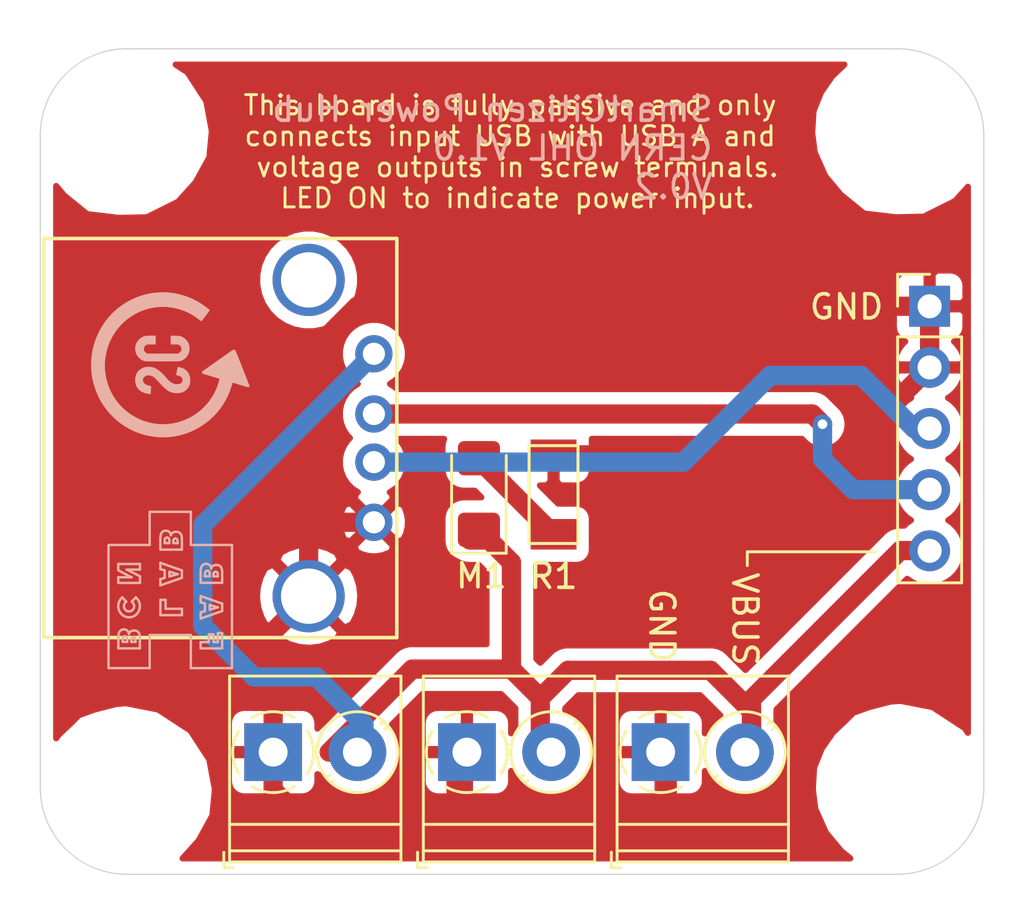
<source format=kicad_pcb>
(kicad_pcb (version 20171130) (host pcbnew "(5.1.10-1-10_14)")

  (general
    (thickness 1.6)
    (drawings 15)
    (tracks 58)
    (zones 0)
    (modules 13)
    (nets 6)
  )

  (page A4)
  (layers
    (0 F.Cu signal)
    (31 B.Cu signal)
    (32 B.Adhes user)
    (33 F.Adhes user)
    (34 B.Paste user)
    (35 F.Paste user)
    (36 B.SilkS user)
    (37 F.SilkS user)
    (38 B.Mask user)
    (39 F.Mask user)
    (40 Dwgs.User user)
    (41 Cmts.User user)
    (42 Eco1.User user)
    (43 Eco2.User user)
    (44 Edge.Cuts user)
    (45 Margin user)
    (46 B.CrtYd user)
    (47 F.CrtYd user)
    (48 B.Fab user)
    (49 F.Fab user)
  )

  (setup
    (last_trace_width 0.8)
    (user_trace_width 0.8)
    (trace_clearance 0.2)
    (zone_clearance 0.508)
    (zone_45_only no)
    (trace_min 0.2)
    (via_size 0.8)
    (via_drill 0.4)
    (via_min_size 0.4)
    (via_min_drill 0.3)
    (uvia_size 0.3)
    (uvia_drill 0.1)
    (uvias_allowed no)
    (uvia_min_size 0.2)
    (uvia_min_drill 0.1)
    (edge_width 0.05)
    (segment_width 0.2)
    (pcb_text_width 0.3)
    (pcb_text_size 1.5 1.5)
    (mod_edge_width 0.12)
    (mod_text_size 1 1)
    (mod_text_width 0.15)
    (pad_size 1.524 1.524)
    (pad_drill 0.762)
    (pad_to_mask_clearance 0.051)
    (solder_mask_min_width 0.25)
    (aux_axis_origin 0 0)
    (visible_elements FFFFFF7F)
    (pcbplotparams
      (layerselection 0x010fc_ffffffff)
      (usegerberextensions false)
      (usegerberattributes true)
      (usegerberadvancedattributes false)
      (creategerberjobfile false)
      (excludeedgelayer false)
      (linewidth 0.150000)
      (plotframeref false)
      (viasonmask false)
      (mode 1)
      (useauxorigin true)
      (hpglpennumber 1)
      (hpglpenspeed 20)
      (hpglpendiameter 15.000000)
      (psnegative false)
      (psa4output false)
      (plotreference true)
      (plotvalue true)
      (plotinvisibletext false)
      (padsonsilk false)
      (subtractmaskfromsilk false)
      (outputformat 1)
      (mirror false)
      (drillshape 0)
      (scaleselection 1)
      (outputdirectory "exports/"))
  )

  (net 0 "")
  (net 1 GND)
  (net 2 D+)
  (net 3 D-)
  (net 4 VBUS)
  (net 5 "Net-(M1-Pad2)")

  (net_class Default "This is the default net class."
    (clearance 0.2)
    (trace_width 0.25)
    (via_dia 0.8)
    (via_drill 0.4)
    (uvia_dia 0.3)
    (uvia_drill 0.1)
    (add_net D+)
    (add_net D-)
    (add_net GND)
    (add_net "Net-(M1-Pad2)")
    (add_net VBUS)
  )

  (module logos:smartcitizen (layer B.Cu) (tedit 0) (tstamp 60EC68FB)
    (at 194.523648 92.114626 90)
    (path /60ED3D6B)
    (fp_text reference U2 (at 0 0 90) (layer B.SilkS) hide
      (effects (font (size 1.524 1.524) (thickness 0.3)) (justify mirror))
    )
    (fp_text value smartcitizen (at 0.75 0 90) (layer B.SilkS) hide
      (effects (font (size 1.524 1.524) (thickness 0.3)) (justify mirror))
    )
    (fp_poly (pts (xy 0.527669 0.773423) (xy 0.562492 0.771923) (xy 0.593173 0.769315) (xy 0.61687 0.765628)
      (xy 0.617394 0.765512) (xy 0.689322 0.744467) (xy 0.75614 0.714822) (xy 0.81736 0.676958)
      (xy 0.872497 0.631254) (xy 0.921063 0.57809) (xy 0.962572 0.517847) (xy 0.983099 0.48006)
      (xy 0.99544 0.454587) (xy 1.005566 0.431887) (xy 1.013709 0.410561) (xy 1.020104 0.389207)
      (xy 1.024984 0.366424) (xy 1.028583 0.340811) (xy 1.031136 0.310966) (xy 1.032875 0.275489)
      (xy 1.034034 0.232978) (xy 1.034848 0.182032) (xy 1.035011 0.16891) (xy 1.037049 0)
      (xy 0.68072 0) (xy 0.68072 0.14713) (xy 0.680675 0.190143) (xy 0.68049 0.224315)
      (xy 0.680085 0.250963) (xy 0.679379 0.271407) (xy 0.678293 0.286964) (xy 0.676748 0.298953)
      (xy 0.674664 0.308692) (xy 0.671961 0.317499) (xy 0.670129 0.322566) (xy 0.654523 0.352398)
      (xy 0.631294 0.381434) (xy 0.602832 0.407164) (xy 0.571528 0.427074) (xy 0.569872 0.427901)
      (xy 0.552235 0.436084) (xy 0.537672 0.441039) (xy 0.522383 0.443557) (xy 0.502568 0.444432)
      (xy 0.490326 0.4445) (xy 0.466238 0.44405) (xy 0.448439 0.442214) (xy 0.433081 0.438262)
      (xy 0.416314 0.431466) (xy 0.412635 0.429785) (xy 0.382626 0.411606) (xy 0.353892 0.386435)
      (xy 0.329172 0.357138) (xy 0.31121 0.326576) (xy 0.309102 0.321651) (xy 0.29718 0.2921)
      (xy 0.29718 -0.978114) (xy 0.313779 -1.011833) (xy 0.33574 -1.047025) (xy 0.363654 -1.076873)
      (xy 0.395666 -1.099694) (xy 0.424818 -1.112347) (xy 0.469483 -1.121146) (xy 0.513647 -1.120314)
      (xy 0.555998 -1.110224) (xy 0.595221 -1.091249) (xy 0.630003 -1.06376) (xy 0.642124 -1.050761)
      (xy 0.651877 -1.038944) (xy 0.659835 -1.027747) (xy 0.66618 -1.016011) (xy 0.671093 -1.002577)
      (xy 0.674758 -0.986288) (xy 0.677356 -0.965984) (xy 0.679068 -0.940507) (xy 0.680078 -0.908699)
      (xy 0.680565 -0.8694) (xy 0.680714 -0.821452) (xy 0.68072 -0.804989) (xy 0.68072 -0.635)
      (xy 1.03632 -0.635) (xy 1.03632 -0.817214) (xy 1.036192 -0.873153) (xy 1.035734 -0.920196)
      (xy 1.034833 -0.959605) (xy 1.033376 -0.992641) (xy 1.031251 -1.020566) (xy 1.028345 -1.044642)
      (xy 1.024546 -1.06613) (xy 1.01974 -1.086292) (xy 1.013814 -1.106391) (xy 1.009268 -1.12014)
      (xy 0.982943 -1.182043) (xy 0.947774 -1.240875) (xy 0.904889 -1.295505) (xy 0.855419 -1.344804)
      (xy 0.800491 -1.387644) (xy 0.741233 -1.422896) (xy 0.68072 -1.44876) (xy 0.63539 -1.461396)
      (xy 0.583992 -1.470522) (xy 0.530113 -1.475795) (xy 0.477336 -1.476872) (xy 0.429249 -1.473411)
      (xy 0.426492 -1.473038) (xy 0.356182 -1.458155) (xy 0.288903 -1.433702) (xy 0.225167 -1.399951)
      (xy 0.165484 -1.357174) (xy 0.110364 -1.305644) (xy 0.108216 -1.303355) (xy 0.067794 -1.254942)
      (xy 0.035233 -1.204047) (xy 0.009299 -1.148417) (xy -0.01124 -1.085802) (xy -0.011572 -1.08458)
      (xy -0.013157 -1.078641) (xy -0.014584 -1.072762) (xy -0.015862 -1.066401) (xy -0.017001 -1.059012)
      (xy -0.018011 -1.050052) (xy -0.018901 -1.038977) (xy -0.019682 -1.025243) (xy -0.020362 -1.008306)
      (xy -0.020952 -0.987622) (xy -0.021462 -0.962649) (xy -0.0219 -0.93284) (xy -0.022278 -0.897654)
      (xy -0.022604 -0.856545) (xy -0.022888 -0.80897) (xy -0.023141 -0.754385) (xy -0.023371 -0.692247)
      (xy -0.023589 -0.622011) (xy -0.023804 -0.543133) (xy -0.024026 -0.45507) (xy -0.024214 -0.37846)
      (xy -0.024446 -0.268053) (xy -0.02458 -0.167615) (xy -0.024614 -0.076955) (xy -0.024547 0.004117)
      (xy -0.024378 0.075792) (xy -0.024106 0.13826) (xy -0.02373 0.191713) (xy -0.02325 0.236341)
      (xy -0.022663 0.272334) (xy -0.021969 0.299883) (xy -0.021167 0.319179) (xy -0.020283 0.3302)
      (xy -0.006724 0.396802) (xy 0.016042 0.460358) (xy 0.047338 0.520169) (xy 0.086485 0.575537)
      (xy 0.132804 0.62576) (xy 0.185619 0.670141) (xy 0.244249 0.707978) (xy 0.308019 0.738573)
      (xy 0.376248 0.761225) (xy 0.40386 0.767743) (xy 0.4268 0.770974) (xy 0.456979 0.772978)
      (xy 0.491549 0.773784) (xy 0.527669 0.773423)) (layer B.SilkS) (width 0.01))
    (fp_poly (pts (xy -0.738043 0.798215) (xy -0.669289 0.787007) (xy -0.603769 0.768715) (xy -0.567807 0.754792)
      (xy -0.529241 0.736878) (xy -0.497252 0.718803) (xy -0.468471 0.698322) (xy -0.439532 0.67319)
      (xy -0.426207 0.6604) (xy -0.380123 0.609356) (xy -0.342834 0.554864) (xy -0.313359 0.495275)
      (xy -0.292645 0.435729) (xy -0.287215 0.415187) (xy -0.281662 0.391118) (xy -0.276354 0.365557)
      (xy -0.271662 0.340541) (xy -0.267955 0.318105) (xy -0.265601 0.300284) (xy -0.264971 0.289115)
      (xy -0.265562 0.286466) (xy -0.271075 0.284891) (xy -0.285126 0.281853) (xy -0.306239 0.27762)
      (xy -0.33294 0.272462) (xy -0.363755 0.266646) (xy -0.397208 0.260442) (xy -0.431827 0.254119)
      (xy -0.466135 0.247944) (xy -0.49866 0.242187) (xy -0.527926 0.237117) (xy -0.552459 0.233002)
      (xy -0.570785 0.230111) (xy -0.581428 0.228713) (xy -0.58293 0.228625) (xy -0.591884 0.231207)
      (xy -0.59436 0.240626) (xy -0.59436 0.240649) (xy -0.596217 0.257254) (xy -0.601227 0.280403)
      (xy -0.608553 0.307295) (xy -0.617357 0.335131) (xy -0.6268 0.361112) (xy -0.636045 0.382437)
      (xy -0.637904 0.386101) (xy -0.663056 0.425419) (xy -0.692313 0.455443) (xy -0.725685 0.476179)
      (xy -0.763181 0.487633) (xy -0.804812 0.48981) (xy -0.828654 0.487188) (xy -0.861538 0.479284)
      (xy -0.888234 0.466327) (xy -0.912182 0.446518) (xy -0.918078 0.440354) (xy -0.941251 0.410544)
      (xy -0.958201 0.377465) (xy -0.969417 0.339563) (xy -0.975386 0.295288) (xy -0.976712 0.254)
      (xy -0.973314 0.199411) (xy -0.963074 0.147389) (xy -0.945426 0.096436) (xy -0.919805 0.045056)
      (xy -0.885646 -0.008252) (xy -0.869443 -0.03048) (xy -0.845144 -0.061245) (xy -0.819127 -0.09087)
      (xy -0.789923 -0.120819) (xy -0.756063 -0.152554) (xy -0.716079 -0.187537) (xy -0.68834 -0.21086)
      (xy -0.652393 -0.240992) (xy -0.622421 -0.266823) (xy -0.596362 -0.290267) (xy -0.572156 -0.313242)
      (xy -0.547743 -0.337662) (xy -0.521062 -0.365444) (xy -0.513683 -0.373259) (xy -0.451826 -0.442601)
      (xy -0.399168 -0.509711) (xy -0.355225 -0.575437) (xy -0.319514 -0.640627) (xy -0.291552 -0.706128)
      (xy -0.270856 -0.772789) (xy -0.261288 -0.81598) (xy -0.257088 -0.84855) (xy -0.255052 -0.887985)
      (xy -0.255091 -0.931245) (xy -0.257116 -0.975287) (xy -0.261037 -1.01707) (xy -0.266764 -1.053553)
      (xy -0.268521 -1.06172) (xy -0.287626 -1.12735) (xy -0.313639 -1.189866) (xy -0.345741 -1.248048)
      (xy -0.383111 -1.300674) (xy -0.424932 -1.346526) (xy -0.470385 -1.384383) (xy -0.496428 -1.401233)
      (xy -0.558429 -1.431801) (xy -0.626146 -1.454873) (xy -0.698165 -1.470192) (xy -0.773077 -1.477506)
      (xy -0.849468 -1.476557) (xy -0.890991 -1.472501) (xy -0.964762 -1.458518) (xy -1.032684 -1.436241)
      (xy -1.094818 -1.40564) (xy -1.151228 -1.366686) (xy -1.198349 -1.323204) (xy -1.24697 -1.264668)
      (xy -1.288316 -1.199178) (xy -1.322286 -1.126976) (xy -1.348779 -1.048303) (xy -1.367695 -0.963399)
      (xy -1.376715 -0.897088) (xy -1.378732 -0.87571) (xy -1.380045 -0.858504) (xy -1.3805 -0.847701)
      (xy -1.380261 -0.845166) (xy -1.375084 -0.844498) (xy -1.36126 -0.843272) (xy -1.340279 -0.841595)
      (xy -1.31363 -0.839569) (xy -1.282806 -0.837302) (xy -1.249296 -0.834895) (xy -1.214591 -0.832456)
      (xy -1.180182 -0.830087) (xy -1.147559 -0.827894) (xy -1.118212 -0.825981) (xy -1.093634 -0.824453)
      (xy -1.075313 -0.823414) (xy -1.06474 -0.82297) (xy -1.063875 -0.822961) (xy -1.058947 -0.823946)
      (xy -1.05516 -0.828073) (xy -1.051856 -0.837099) (xy -1.04838 -0.852781) (xy -1.044388 -0.87503)
      (xy -1.035273 -0.918885) (xy -1.02336 -0.962245) (xy -1.00957 -1.002243) (xy -0.994825 -1.036013)
      (xy -0.989302 -1.046373) (xy -0.970886 -1.073178) (xy -0.946938 -1.100104) (xy -0.920488 -1.12413)
      (xy -0.89457 -1.142234) (xy -0.891271 -1.144063) (xy -0.853605 -1.158606) (xy -0.813324 -1.164027)
      (xy -0.772313 -1.160313) (xy -0.732457 -1.147452) (xy -0.727598 -1.145175) (xy -0.704906 -1.131234)
      (xy -0.68069 -1.111633) (xy -0.657812 -1.089114) (xy -0.639135 -1.066419) (xy -0.629977 -1.051669)
      (xy -0.618007 -1.020501) (xy -0.609687 -0.982718) (xy -0.605272 -0.94128) (xy -0.605018 -0.899149)
      (xy -0.609178 -0.859285) (xy -0.612148 -0.844588) (xy -0.62766 -0.796724) (xy -0.651493 -0.74751)
      (xy -0.682449 -0.699149) (xy -0.710044 -0.664276) (xy -0.717661 -0.656299) (xy -0.7319 -0.642209)
      (xy -0.751927 -0.6228) (xy -0.776913 -0.598864) (xy -0.806026 -0.571195) (xy -0.838434 -0.540587)
      (xy -0.873306 -0.507832) (xy -0.906989 -0.476353) (xy -0.944525 -0.441169) (xy -0.981245 -0.406391)
      (xy -1.01617 -0.372971) (xy -1.048317 -0.341865) (xy -1.076706 -0.314024) (xy -1.100356 -0.290405)
      (xy -1.118287 -0.271959) (xy -1.12776 -0.261675) (xy -1.176751 -0.203487) (xy -1.217801 -0.149028)
      (xy -1.2517 -0.096826) (xy -1.279237 -0.045412) (xy -1.3012 0.006685) (xy -1.318379 0.060937)
      (xy -1.331382 0.117873) (xy -1.335397 0.140224) (xy -1.338187 0.16007) (xy -1.339885 0.179875)
      (xy -1.340626 0.202101) (xy -1.340544 0.229212) (xy -1.339773 0.26367) (xy -1.339622 0.269069)
      (xy -1.337476 0.319098) (xy -1.333862 0.361404) (xy -1.328363 0.398372) (xy -1.320561 0.432384)
      (xy -1.310036 0.465825) (xy -1.300766 0.490314) (xy -1.271001 0.552134) (xy -1.23351 0.609131)
      (xy -1.189286 0.660201) (xy -1.139321 0.704243) (xy -1.084605 0.740155) (xy -1.068265 0.748755)
      (xy -1.009939 0.772642) (xy -0.945981 0.789554) (xy -0.878163 0.799467) (xy -0.808259 0.802361)
      (xy -0.738043 0.798215)) (layer B.SilkS) (width 0.01))
    (fp_poly (pts (xy -1.043464 3.260296) (xy -1.042292 3.260179) (xy -1.03467 3.258031) (xy -1.018255 3.252363)
      (xy -0.993684 3.243427) (xy -0.961597 3.231473) (xy -0.922632 3.216754) (xy -0.877427 3.199519)
      (xy -0.826621 3.180021) (xy -0.770852 3.158511) (xy -0.710759 3.13524) (xy -0.64698 3.110459)
      (xy -0.580155 3.084419) (xy -0.51092 3.057372) (xy -0.439915 3.029569) (xy -0.367779 3.001261)
      (xy -0.295149 2.9727) (xy -0.222665 2.944136) (xy -0.150965 2.915822) (xy -0.080686 2.888007)
      (xy -0.012469 2.860944) (xy 0.053049 2.834884) (xy 0.115229 2.810077) (xy 0.173433 2.786776)
      (xy 0.227023 2.765231) (xy 0.275359 2.745694) (xy 0.317803 2.728416) (xy 0.353716 2.713647)
      (xy 0.382461 2.701641) (xy 0.403399 2.692647) (xy 0.415891 2.686917) (xy 0.419094 2.685129)
      (xy 0.436992 2.665485) (xy 0.448292 2.640472) (xy 0.452418 2.612905) (xy 0.448792 2.585598)
      (xy 0.4426 2.570405) (xy 0.438534 2.564129) (xy 0.429002 2.550142) (xy 0.414401 2.529008)
      (xy 0.395131 2.501293) (xy 0.371591 2.467562) (xy 0.34418 2.42838) (xy 0.313295 2.384312)
      (xy 0.279337 2.335924) (xy 0.242704 2.283781) (xy 0.203794 2.228448) (xy 0.163007 2.17049)
      (xy 0.12074 2.110472) (xy 0.077394 2.048959) (xy 0.033367 1.986517) (xy -0.010943 1.923711)
      (xy -0.055136 1.861107) (xy -0.098815 1.799268) (xy -0.141579 1.738761) (xy -0.183031 1.68015)
      (xy -0.222772 1.624002) (xy -0.260402 1.57088) (xy -0.295523 1.52135) (xy -0.327736 1.475978)
      (xy -0.356643 1.435329) (xy -0.381844 1.399967) (xy -0.402941 1.370458) (xy -0.419535 1.347368)
      (xy -0.431227 1.33126) (xy -0.437619 1.322702) (xy -0.438536 1.321588) (xy -0.456939 1.306435)
      (xy -0.477196 1.297251) (xy -0.489577 1.2954) (xy -0.503488 1.299866) (xy -0.517861 1.311627)
      (xy -0.530293 1.328234) (xy -0.537516 1.344265) (xy -0.540022 1.352406) (xy -0.545205 1.36942)
      (xy -0.552807 1.394451) (xy -0.562569 1.426647) (xy -0.574232 1.465151) (xy -0.587538 1.50911)
      (xy -0.602228 1.557671) (xy -0.618043 1.609977) (xy -0.634724 1.665176) (xy -0.643486 1.69418)
      (xy -0.660355 1.74996) (xy -0.676386 1.802848) (xy -0.691336 1.852046) (xy -0.704961 1.896756)
      (xy -0.717015 1.93618) (xy -0.727255 1.969518) (xy -0.735437 1.995975) (xy -0.741315 2.01475)
      (xy -0.744646 2.025046) (xy -0.74531 2.026813) (xy -0.751258 2.026903) (xy -0.765496 2.0243)
      (xy -0.786627 2.019382) (xy -0.813259 2.012531) (xy -0.843996 2.004128) (xy -0.877443 1.994553)
      (xy -0.912206 1.984187) (xy -0.94689 1.97341) (xy -0.9779 1.963337) (xy -1.126235 1.908794)
      (xy -1.269201 1.845654) (xy -1.407087 1.773762) (xy -1.540178 1.692962) (xy -1.668763 1.603096)
      (xy -1.734659 1.552158) (xy -1.852291 1.451687) (xy -1.962946 1.344063) (xy -2.06632 1.229759)
      (xy -2.162107 1.109247) (xy -2.250004 0.982998) (xy -2.329705 0.851485) (xy -2.400906 0.715179)
      (xy -2.463303 0.574553) (xy -2.516589 0.430078) (xy -2.560462 0.282226) (xy -2.564465 0.2667)
      (xy -2.598174 0.113772) (xy -2.621792 -0.039886) (xy -2.635336 -0.193958) (xy -2.63882 -0.348126)
      (xy -2.63226 -0.502072) (xy -2.615672 -0.65548) (xy -2.589071 -0.808033) (xy -2.552473 -0.959414)
      (xy -2.505893 -1.109304) (xy -2.495796 -1.13792) (xy -2.438557 -1.282315) (xy -2.372697 -1.421654)
      (xy -2.298564 -1.555657) (xy -2.216506 -1.68404) (xy -2.126872 -1.806521) (xy -2.030009 -1.922819)
      (xy -1.926266 -2.032652) (xy -1.815991 -2.135736) (xy -1.699531 -2.231791) (xy -1.577236 -2.320534)
      (xy -1.449453 -2.401683) (xy -1.31653 -2.474955) (xy -1.178815 -2.54007) (xy -1.036657 -2.596744)
      (xy -0.890403 -2.644696) (xy -0.740402 -2.683643) (xy -0.587002 -2.713304) (xy -0.54356 -2.719896)
      (xy -0.403659 -2.735516) (xy -0.260651 -2.74312) (xy -0.117097 -2.742686) (xy 0.024443 -2.734196)
      (xy 0.10922 -2.724985) (xy 0.263491 -2.700112) (xy 0.416114 -2.665375) (xy 0.566421 -2.621018)
      (xy 0.713746 -2.56729) (xy 0.857424 -2.504436) (xy 0.996789 -2.432705) (xy 1.131174 -2.352342)
      (xy 1.152753 -2.338315) (xy 1.275675 -2.251818) (xy 1.393516 -2.157517) (xy 1.505308 -2.056315)
      (xy 1.610082 -1.949118) (xy 1.706869 -1.836831) (xy 1.753327 -1.777254) (xy 1.843629 -1.649076)
      (xy 1.925056 -1.516502) (xy 1.997493 -1.379959) (xy 2.060823 -1.239877) (xy 2.11493 -1.096683)
      (xy 2.1597 -0.950804) (xy 2.195017 -0.802668) (xy 2.220765 -0.652704) (xy 2.236828 -0.501339)
      (xy 2.243091 -0.349002) (xy 2.239438 -0.196119) (xy 2.225753 -0.043119) (xy 2.224551 -0.033471)
      (xy 2.199956 0.120478) (xy 2.165585 0.272185) (xy 2.121657 0.421149) (xy 2.068389 0.566872)
      (xy 2.006 0.708854) (xy 1.934709 0.846597) (xy 1.854734 0.979599) (xy 1.766293 1.107363)
      (xy 1.674772 1.223265) (xy 1.660073 1.241592) (xy 1.649507 1.256488) (xy 1.64407 1.266453)
      (xy 1.643888 1.269729) (xy 1.651795 1.276436) (xy 1.666487 1.288174) (xy 1.687075 1.304275)
      (xy 1.712673 1.324068) (xy 1.742392 1.346883) (xy 1.775344 1.37205) (xy 1.810643 1.3989)
      (xy 1.8474 1.426761) (xy 1.884728 1.454965) (xy 1.921738 1.482841) (xy 1.957543 1.509719)
      (xy 1.991256 1.53493) (xy 2.021989 1.557803) (xy 2.048854 1.577668) (xy 2.070963 1.593856)
      (xy 2.087428 1.605697) (xy 2.097363 1.612519) (xy 2.099981 1.613947) (xy 2.106051 1.609043)
      (xy 2.117335 1.597183) (xy 2.132896 1.579496) (xy 2.151794 1.557113) (xy 2.173092 1.531162)
      (xy 2.195851 1.502773) (xy 2.219132 1.473075) (xy 2.241997 1.443197) (xy 2.243371 1.441376)
      (xy 2.343576 1.300094) (xy 2.435173 1.153664) (xy 2.517982 1.00252) (xy 2.59182 0.847095)
      (xy 2.656507 0.687823) (xy 2.711861 0.525138) (xy 2.757701 0.359473) (xy 2.793844 0.191261)
      (xy 2.811681 0.083313) (xy 2.822257 0.004411) (xy 2.830251 -0.070941) (xy 2.835877 -0.145844)
      (xy 2.83935 -0.223399) (xy 2.840884 -0.306707) (xy 2.841004 -0.34036) (xy 2.837251 -0.498393)
      (xy 2.8258 -0.651238) (xy 2.806365 -0.800659) (xy 2.778659 -0.948416) (xy 2.742396 -1.096274)
      (xy 2.697288 -1.245995) (xy 2.690165 -1.26746) (xy 2.630049 -1.430905) (xy 2.561124 -1.589503)
      (xy 2.483653 -1.742974) (xy 2.397899 -1.891042) (xy 2.304127 -2.033429) (xy 2.2026 -2.169856)
      (xy 2.093582 -2.300047) (xy 1.977338 -2.423724) (xy 1.85413 -2.540609) (xy 1.724223 -2.650424)
      (xy 1.587881 -2.752892) (xy 1.445367 -2.847735) (xy 1.296946 -2.934675) (xy 1.142881 -3.013435)
      (xy 0.983436 -3.083736) (xy 0.9525 -3.096137) (xy 0.791613 -3.154625) (xy 0.629556 -3.203501)
      (xy 0.465363 -3.24299) (xy 0.298066 -3.273314) (xy 0.126699 -3.294697) (xy 0.07366 -3.299459)
      (xy 0.047884 -3.301118) (xy 0.014476 -3.302584) (xy -0.024867 -3.303839) (xy -0.068444 -3.304866)
      (xy -0.114556 -3.30565) (xy -0.161503 -3.306173) (xy -0.207587 -3.306419) (xy -0.251107 -3.306371)
      (xy -0.290364 -3.306013) (xy -0.323658 -3.305327) (xy -0.349291 -3.304297) (xy -0.35814 -3.303695)
      (xy -0.453635 -3.295037) (xy -0.541103 -3.285384) (xy -0.622658 -3.2744) (xy -0.700413 -3.261749)
      (xy -0.776479 -3.247098) (xy -0.852971 -3.23011) (xy -0.90932 -3.216287) (xy -1.079763 -3.167791)
      (xy -1.246203 -3.109981) (xy -1.408426 -3.042967) (xy -1.566218 -2.966859) (xy -1.719362 -2.881768)
      (xy -1.867643 -2.787804) (xy -2.010847 -2.685078) (xy -2.12852 -2.590868) (xy -2.159006 -2.564291)
      (xy -2.194485 -2.531796) (xy -2.2335 -2.494843) (xy -2.274592 -2.454894) (xy -2.316304 -2.413407)
      (xy -2.357176 -2.371845) (xy -2.395752 -2.331669) (xy -2.430572 -2.294338) (xy -2.460179 -2.261314)
      (xy -2.475962 -2.24282) (xy -2.586305 -2.102332) (xy -2.687392 -1.957742) (xy -2.779176 -1.809168)
      (xy -2.861609 -1.656728) (xy -2.934643 -1.50054) (xy -2.998231 -1.34072) (xy -3.052325 -1.177387)
      (xy -3.096877 -1.010659) (xy -3.131839 -0.840653) (xy -3.157165 -0.667487) (xy -3.170238 -0.529754)
      (xy -3.172114 -0.49531) (xy -3.173394 -0.45314) (xy -3.174104 -0.405053) (xy -3.174272 -0.35286)
      (xy -3.173924 -0.298374) (xy -3.173086 -0.243404) (xy -3.171785 -0.189761) (xy -3.170048 -0.139256)
      (xy -3.167902 -0.093701) (xy -3.165372 -0.054905) (xy -3.162866 -0.02794) (xy -3.142871 0.121637)
      (xy -3.117361 0.264411) (xy -3.08586 0.402403) (xy -3.047893 0.537632) (xy -3.002986 0.672118)
      (xy -2.989573 0.70866) (xy -2.923973 0.869838) (xy -2.849801 1.025766) (xy -2.767332 1.176195)
      (xy -2.676838 1.320875) (xy -2.578591 1.459558) (xy -2.472866 1.591993) (xy -2.359934 1.717933)
      (xy -2.240069 1.837127) (xy -2.113545 1.949327) (xy -1.980633 2.054283) (xy -1.841607 2.151746)
      (xy -1.696741 2.241466) (xy -1.546306 2.323195) (xy -1.390576 2.396683) (xy -1.229825 2.461682)
      (xy -1.064324 2.517941) (xy -0.980812 2.542455) (xy -0.954262 2.550111) (xy -0.931599 2.557147)
      (xy -0.914442 2.56302) (xy -0.904405 2.567187) (xy -0.902469 2.568753) (xy -0.904059 2.574233)
      (xy -0.908382 2.58859) (xy -0.915185 2.610994) (xy -0.924214 2.640613) (xy -0.935214 2.676613)
      (xy -0.947931 2.718163) (xy -0.962111 2.76443) (xy -0.977499 2.814584) (xy -0.993841 2.86779)
      (xy -0.997719 2.88041) (xy -1.018045 2.946625) (xy -1.035514 3.003851) (xy -1.050283 3.052801)
      (xy -1.062511 3.094188) (xy -1.072353 3.128726) (xy -1.079967 3.157128) (xy -1.085511 3.180108)
      (xy -1.089142 3.198378) (xy -1.091018 3.212653) (xy -1.091295 3.223645) (xy -1.090131 3.232068)
      (xy -1.087683 3.238635) (xy -1.084109 3.244059) (xy -1.079566 3.249054) (xy -1.079122 3.249501)
      (xy -1.069296 3.25764) (xy -1.058925 3.260799) (xy -1.043464 3.260296)) (layer B.SilkS) (width 0.01))
  )

  (module logos:fablab (layer B.Cu) (tedit 6065B197) (tstamp 60EC68F4)
    (at 190.125 101.95 90)
    (path /60ED45E0)
    (fp_text reference U1 (at 0 -0.5 90) (layer B.SilkS) hide
      (effects (font (size 1 1) (thickness 0.15)) (justify mirror))
    )
    (fp_text value fablab (at 0 0.5 90) (layer B.Fab)
      (effects (font (size 1 1) (thickness 0.15)) (justify mirror))
    )
    (fp_curve (pts (xy -0.57912 2.66192) (xy -0.57912 2.779552) (xy -0.480736 2.873658) (xy -0.358827 2.873658)) (layer B.SilkS) (width 0.1))
    (fp_curve (pts (xy -0.358827 2.873658) (xy -0.279692 2.873658) (xy -0.211252 2.83516) (xy -0.172754 2.775275)) (layer B.SilkS) (width 0.1))
    (fp_line (start -0.172754 2.775275) (end 0.006902 2.944237) (layer B.SilkS) (width 0.1))
    (fp_curve (pts (xy -0.172754 2.546427) (xy -0.211252 2.48868) (xy -0.279692 2.450182) (xy -0.358827 2.450182)) (layer B.SilkS) (width 0.1))
    (fp_curve (pts (xy -0.358827 2.214919) (xy -0.211252 2.214919) (xy -0.080788 2.28122) (xy 0.004763 2.381742)) (layer B.SilkS) (width 0.1))
    (fp_curve (pts (xy -0.358827 2.450182) (xy -0.480736 2.450182) (xy -0.57912 2.544288) (xy -0.57912 2.66192)) (layer B.SilkS) (width 0.1))
    (fp_line (start -1.556534 3.519564) (end -2.933898 3.519564) (layer B.SilkS) (width 0.1))
    (fp_line (start -2.933898 3.519564) (end -2.933898 1.810692) (layer B.SilkS) (width 0.1))
    (fp_line (start -2.933898 1.810692) (end 2.182024 1.810692) (layer B.SilkS) (width 0.1))
    (fp_line (start 2.182024 1.810692) (end 2.182024 3.519564) (layer B.SilkS) (width 0.1))
    (fp_line (start 2.182024 3.519564) (end 3.559388 3.519564) (layer B.SilkS) (width 0.1))
    (fp_line (start 3.559388 3.519564) (end 3.559388 5.230575) (layer B.SilkS) (width 0.1))
    (fp_line (start 3.559388 5.230575) (end 2.182024 5.230575) (layer B.SilkS) (width 0.1))
    (fp_line (start -1.853822 6.353426) (end -1.853822 6.175908) (layer B.SilkS) (width 0.1))
    (fp_line (start -1.853822 6.175908) (end -1.530869 6.175908) (layer B.SilkS) (width 0.1))
    (fp_line (start -1.530869 6.175908) (end -1.530869 5.979142) (layer B.SilkS) (width 0.1))
    (fp_line (start 2.182024 6.939447) (end -2.933898 6.939447) (layer B.SilkS) (width 0.1))
    (fp_line (start -2.933898 6.939447) (end -2.933898 5.230575) (layer B.SilkS) (width 0.1))
    (fp_line (start -2.933898 5.230575) (end -1.556534 5.230575) (layer B.SilkS) (width 0.1))
    (fp_line (start -1.556534 5.230575) (end -1.556534 3.519564) (layer B.SilkS) (width 0.1))
    (fp_line (start 2.182024 5.230575) (end 2.182024 6.939447) (layer B.SilkS) (width 0.1))
    (fp_line (start 1.12761 4.141945) (end 0.815351 4.141945) (layer B.SilkS) (width 0.1))
    (fp_line (start 0.815351 4.141945) (end 0.764021 3.964428) (layer B.SilkS) (width 0.1))
    (fp_line (start 0.764021 3.964428) (end 0.503092 3.964428) (layer B.SilkS) (width 0.1))
    (fp_line (start 0.503092 3.964428) (end 0.81749 4.858431) (layer B.SilkS) (width 0.1))
    (fp_line (start 0.81749 4.858431) (end 1.125472 4.858431) (layer B.SilkS) (width 0.1))
    (fp_line (start 1.125472 4.858431) (end 1.43987 3.964428) (layer B.SilkS) (width 0.1))
    (fp_line (start 1.43987 3.964428) (end 1.178941 3.964428) (layer B.SilkS) (width 0.1))
    (fp_line (start 1.178941 3.964428) (end 1.12761 4.141945) (layer B.SilkS) (width 0.1))
    (fp_line (start 1.069864 4.34085) (end 0.971481 4.683052) (layer B.SilkS) (width 0.1))
    (fp_line (start 0.971481 4.683052) (end 0.969342 4.683052) (layer B.SilkS) (width 0.1))
    (fp_line (start 0.969342 4.683052) (end 0.873098 4.34085) (layer B.SilkS) (width 0.1))
    (fp_line (start 0.873098 4.34085) (end 1.069864 4.34085) (layer B.SilkS) (width 0.1))
    (fp_line (start 0.605752 3.117478) (end 0.879514 3.117478) (layer B.SilkS) (width 0.1))
    (fp_line (start 0.879514 3.117478) (end 1.106223 2.681171) (layer B.SilkS) (width 0.1))
    (fp_curve (pts (xy 1.106223 2.681171) (xy 1.123333 2.646951) (xy 1.146859 2.59562) (xy 1.157553 2.563539)) (layer B.SilkS) (width 0.1))
    (fp_line (start 1.157553 2.563539) (end 1.159692 2.563539) (layer B.SilkS) (width 0.1))
    (fp_line (start 1.159692 2.563539) (end 1.159692 2.676893) (layer B.SilkS) (width 0.1))
    (fp_line (start 1.159692 2.676893) (end 1.159692 3.117478) (layer B.SilkS) (width 0.1))
    (fp_line (start 1.159692 3.117478) (end 1.392817 3.117478) (layer B.SilkS) (width 0.1))
    (fp_line (start 1.392817 3.117478) (end 1.392817 2.214921) (layer B.SilkS) (width 0.1))
    (fp_line (start 1.392817 2.214921) (end 1.131888 2.214921) (layer B.SilkS) (width 0.1))
    (fp_line (start 1.131888 2.214921) (end 0.890208 2.659783) (layer B.SilkS) (width 0.1))
    (fp_curve (pts (xy 0.890208 2.659783) (xy 0.873098 2.698281) (xy 0.85171 2.738917) (xy 0.841016 2.76886)) (layer B.SilkS) (width 0.1))
    (fp_line (start 0.841016 2.76886) (end 0.838878 2.76886) (layer B.SilkS) (width 0.1))
    (fp_line (start 0.838878 2.76886) (end 0.838878 2.649089) (layer B.SilkS) (width 0.1))
    (fp_line (start 0.838878 2.649089) (end 0.838878 2.214921) (layer B.SilkS) (width 0.1))
    (fp_line (start 0.838878 2.214921) (end 0.605752 2.214921) (layer B.SilkS) (width 0.1))
    (fp_line (start 0.605752 2.214921) (end 0.605752 3.117478) (layer B.SilkS) (width 0.1))
    (fp_curve (pts (xy -1.32555 2.443768) (xy -1.32555 2.289777) (xy -1.44532 2.219198) (xy -1.639948 2.219198)) (layer B.SilkS) (width 0.1))
    (fp_line (start -1.639948 2.219198) (end -2.112614 2.219198) (layer B.SilkS) (width 0.1))
    (fp_line (start -2.112614 2.219198) (end -2.112614 3.113201) (layer B.SilkS) (width 0.1))
    (fp_line (start -2.112614 3.113201) (end -1.650641 3.113201) (layer B.SilkS) (width 0.1))
    (fp_curve (pts (xy -1.650641 3.113201) (xy -1.460292 3.113201) (xy -1.370464 3.016956) (xy -1.370464 2.873659)) (layer B.SilkS) (width 0.1))
    (fp_curve (pts (xy -1.370464 2.873659) (xy -1.370464 2.773138) (xy -1.4111 2.68331) (xy -1.518038 2.657644)) (layer B.SilkS) (width 0.1))
    (fp_curve (pts (xy -1.518038 2.657644) (xy -1.396129 2.640534) (xy -1.32555 2.5614) (xy -1.32555 2.443768)) (layer B.SilkS) (width 0.1))
    (fp_line (start -1.32555 2.443768) (end -1.32555 2.443768) (layer B.SilkS) (width 0.1))
    (fp_line (start -1.845269 2.933545) (end -1.845269 2.753889) (layer B.SilkS) (width 0.1))
    (fp_line (start -1.845269 2.753889) (end -1.75758 2.753889) (layer B.SilkS) (width 0.1))
    (fp_curve (pts (xy -1.75758 2.753889) (xy -1.693417 2.753889) (xy -1.650641 2.783831) (xy -1.650641 2.843717)) (layer B.SilkS) (width 0.1))
    (fp_curve (pts (xy -1.650641 2.843717) (xy -1.650641 2.901463) (xy -1.693417 2.931406) (xy -1.75758 2.931406)) (layer B.SilkS) (width 0.1))
    (fp_line (start -1.75758 2.931406) (end -1.845269 2.931406) (layer B.SilkS) (width 0.1))
    (fp_line (start -1.845269 2.931406) (end -1.845269 2.933545) (layer B.SilkS) (width 0.1))
    (fp_curve (pts (xy -1.610005 2.495098) (xy -1.610005 2.557123) (xy -1.657058 2.591343) (xy -1.727637 2.591343)) (layer B.SilkS) (width 0.1))
    (fp_line (start -1.727637 2.591343) (end -1.84313 2.591343) (layer B.SilkS) (width 0.1))
    (fp_line (start -1.84313 2.591343) (end -1.84313 2.394577) (layer B.SilkS) (width 0.1))
    (fp_line (start -1.84313 2.394577) (end -1.727637 2.394577) (layer B.SilkS) (width 0.1))
    (fp_curve (pts (xy -1.727637 2.394577) (xy -1.654919 2.394577) (xy -1.610005 2.433074) (xy -1.610005 2.495098)) (layer B.SilkS) (width 0.1))
    (fp_line (start -1.610005 2.495098) (end -1.610005 2.495098) (layer B.SilkS) (width 0.1))
    (fp_curve (pts (xy 0.006902 2.944237) (xy -0.078649 3.046898) (xy -0.211252 3.113199) (xy -0.358827 3.113199)) (layer B.SilkS) (width 0.1))
    (fp_curve (pts (xy -0.358827 3.113199) (xy -0.617617 3.113199) (xy -0.825077 2.912156) (xy -0.825077 2.664059)) (layer B.SilkS) (width 0.1))
    (fp_curve (pts (xy -0.825077 2.664059) (xy -0.825077 2.415962) (xy -0.615478 2.214919) (xy -0.358827 2.214919)) (layer B.SilkS) (width 0.1))
    (fp_line (start -1.530869 5.979142) (end -1.853822 5.979142) (layer B.SilkS) (width 0.1))
    (fp_line (start -1.853822 5.979142) (end -1.853822 5.63694) (layer B.SilkS) (width 0.1))
    (fp_line (start -1.853822 5.63694) (end -2.114752 5.63694) (layer B.SilkS) (width 0.1))
    (fp_line (start -2.114752 5.63694) (end -2.114752 6.530943) (layer B.SilkS) (width 0.1))
    (fp_line (start -2.114752 6.530943) (end -1.4774 6.530943) (layer B.SilkS) (width 0.1))
    (fp_line (start -1.4774 6.530943) (end -1.4774 6.353426) (layer B.SilkS) (width 0.1))
    (fp_line (start -1.4774 6.353426) (end -1.853822 6.353426) (layer B.SilkS) (width 0.1))
    (fp_curve (pts (xy 1.397094 5.86151) (xy 1.397094 5.707519) (xy 1.277324 5.63694) (xy 1.082696 5.63694)) (layer B.SilkS) (width 0.1))
    (fp_line (start 1.082696 5.63694) (end 0.61003 5.63694) (layer B.SilkS) (width 0.1))
    (fp_line (start 0.61003 5.63694) (end 0.61003 6.530941) (layer B.SilkS) (width 0.1))
    (fp_line (start 0.61003 6.530941) (end 1.072003 6.530941) (layer B.SilkS) (width 0.1))
    (fp_curve (pts (xy 1.072003 6.530941) (xy 1.262352 6.530941) (xy 1.35218 6.434697) (xy 1.35218 6.291401)) (layer B.SilkS) (width 0.1))
    (fp_curve (pts (xy 1.35218 6.291401) (xy 1.35218 6.190879) (xy 1.311544 6.101051) (xy 1.204606 6.075386)) (layer B.SilkS) (width 0.1))
    (fp_curve (pts (xy 1.204606 6.075386) (xy 1.328654 6.058276) (xy 1.397094 5.981281) (xy 1.397094 5.86151)) (layer B.SilkS) (width 0.1))
    (fp_line (start 1.397094 5.86151) (end 1.397094 5.86151) (layer B.SilkS) (width 0.1))
    (fp_line (start 0.877375 6.353425) (end 0.877375 6.173769) (layer B.SilkS) (width 0.1))
    (fp_line (start 0.877375 6.173769) (end 0.965064 6.173769) (layer B.SilkS) (width 0.1))
    (fp_curve (pts (xy 0.965064 6.173769) (xy 1.029227 6.173769) (xy 1.072003 6.203712) (xy 1.072003 6.263597)) (layer B.SilkS) (width 0.1))
    (fp_curve (pts (xy 1.072003 6.263597) (xy 1.072003 6.321344) (xy 1.029227 6.351286) (xy 0.965064 6.351286)) (layer B.SilkS) (width 0.1))
    (fp_line (start 0.965064 6.351286) (end 0.877375 6.351286) (layer B.SilkS) (width 0.1))
    (fp_line (start 0.877375 6.351286) (end 0.877375 6.353425) (layer B.SilkS) (width 0.1))
    (fp_curve (pts (xy 1.112639 5.914979) (xy 1.112639 5.977003) (xy 1.065586 6.011223) (xy 0.995007 6.011223)) (layer B.SilkS) (width 0.1))
    (fp_line (start 0.995007 6.011223) (end 0.879514 6.011223) (layer B.SilkS) (width 0.1))
    (fp_line (start 0.879514 6.011223) (end 0.879514 5.814457) (layer B.SilkS) (width 0.1))
    (fp_line (start 0.879514 5.814457) (end 0.995007 5.814457) (layer B.SilkS) (width 0.1))
    (fp_curve (pts (xy 0.995007 5.814457) (xy 1.067725 5.814457) (xy 1.112639 5.852955) (xy 1.112639 5.914979)) (layer B.SilkS) (width 0.1))
    (fp_line (start 1.112639 5.914979) (end 1.112639 5.914979) (layer B.SilkS) (width 0.1))
    (fp_line (start -0.251891 5.814457) (end -0.56415 5.814457) (layer B.SilkS) (width 0.1))
    (fp_line (start -0.56415 5.814457) (end -0.615481 5.63694) (layer B.SilkS) (width 0.1))
    (fp_line (start -0.615481 5.63694) (end -0.87641 5.63694) (layer B.SilkS) (width 0.1))
    (fp_line (start -0.87641 5.63694) (end -0.562012 6.530941) (layer B.SilkS) (width 0.1))
    (fp_line (start -0.562012 6.530941) (end -0.25403 6.530941) (layer B.SilkS) (width 0.1))
    (fp_line (start -0.25403 6.530941) (end 0.060367 5.63694) (layer B.SilkS) (width 0.1))
    (fp_line (start 0.060367 5.63694) (end -0.200561 5.63694) (layer B.SilkS) (width 0.1))
    (fp_line (start -0.200561 5.63694) (end -0.251891 5.814457) (layer B.SilkS) (width 0.1))
    (fp_line (start -0.309638 6.013362) (end -0.408021 6.355564) (layer B.SilkS) (width 0.1))
    (fp_line (start -0.408021 6.355564) (end -0.410159 6.355564) (layer B.SilkS) (width 0.1))
    (fp_line (start -0.410159 6.355564) (end -0.506404 6.013362) (layer B.SilkS) (width 0.1))
    (fp_line (start -0.506404 6.013362) (end -0.309638 6.013362) (layer B.SilkS) (width 0.1))
    (fp_line (start -0.733113 4.860569) (end -0.467906 4.860569) (layer B.SilkS) (width 0.1))
    (fp_line (start -0.467906 4.860569) (end -0.467906 4.180443) (layer B.SilkS) (width 0.1))
    (fp_line (start -0.467906 4.180443) (end -0.0979 4.180443) (layer B.SilkS) (width 0.1))
    (fp_line (start -0.0979 4.180443) (end -0.0979 3.966567) (layer B.SilkS) (width 0.1))
    (fp_line (start -0.0979 3.966567) (end -0.733113 3.966567) (layer B.SilkS) (width 0.1))
    (fp_line (start -0.733113 3.966567) (end -0.733113 4.860569) (layer B.SilkS) (width 0.1))
    (fp_curve (pts (xy 2.776596 4.188998) (xy 2.776596 4.035007) (xy 2.656825 3.964428) (xy 2.462198 3.964428)) (layer B.SilkS) (width 0.1))
    (fp_line (start 2.462198 3.964428) (end 1.989531 3.964428) (layer B.SilkS) (width 0.1))
    (fp_line (start 1.989531 3.964428) (end 1.989531 4.858431) (layer B.SilkS) (width 0.1))
    (fp_line (start 1.989531 4.858431) (end 2.451504 4.858431) (layer B.SilkS) (width 0.1))
    (fp_curve (pts (xy 2.451504 4.858431) (xy 2.641854 4.858431) (xy 2.731682 4.762186) (xy 2.731682 4.618889)) (layer B.SilkS) (width 0.1))
    (fp_curve (pts (xy 2.731682 4.618889) (xy 2.731682 4.518367) (xy 2.691045 4.428539) (xy 2.584107 4.402874)) (layer B.SilkS) (width 0.1))
    (fp_curve (pts (xy 2.584107 4.402874) (xy 2.708156 4.385764) (xy 2.776596 4.308769) (xy 2.776596 4.188998)) (layer B.SilkS) (width 0.1))
    (fp_line (start 2.776596 4.188998) (end 2.776596 4.188998) (layer B.SilkS) (width 0.1))
    (fp_line (start 2.256877 4.680913) (end 2.256877 4.501257) (layer B.SilkS) (width 0.1))
    (fp_line (start 2.256877 4.501257) (end 2.344566 4.501257) (layer B.SilkS) (width 0.1))
    (fp_curve (pts (xy 2.344566 4.501257) (xy 2.408729 4.501257) (xy 2.451504 4.5312) (xy 2.451504 4.591085)) (layer B.SilkS) (width 0.1))
    (fp_curve (pts (xy 2.451504 4.591085) (xy 2.451504 4.648832) (xy 2.408729 4.678775) (xy 2.344566 4.678775)) (layer B.SilkS) (width 0.1))
    (fp_line (start 2.344566 4.678775) (end 2.256877 4.678775) (layer B.SilkS) (width 0.1))
    (fp_line (start 2.256877 4.678775) (end 2.256877 4.680913) (layer B.SilkS) (width 0.1))
    (fp_curve (pts (xy 2.492141 4.242467) (xy 2.492141 4.304491) (xy 2.445088 4.338711) (xy 2.374509 4.338711)) (layer B.SilkS) (width 0.1))
    (fp_line (start 2.374509 4.338711) (end 2.259016 4.338711) (layer B.SilkS) (width 0.1))
    (fp_line (start 2.259016 4.338711) (end 2.259016 4.141945) (layer B.SilkS) (width 0.1))
    (fp_line (start 2.259016 4.141945) (end 2.374509 4.141945) (layer B.SilkS) (width 0.1))
    (fp_curve (pts (xy 2.374509 4.141945) (xy 2.447227 4.141945) (xy 2.492141 4.180443) (xy 2.492141 4.242467)) (layer B.SilkS) (width 0.1))
    (fp_line (start 2.492141 4.242467) (end 2.492141 4.242467) (layer B.SilkS) (width 0.1))
    (fp_line (start 0.004763 2.381742) (end -0.172754 2.546427) (layer B.SilkS) (width 0.1))
  )

  (module fab:fab-R1206FAB (layer F.Cu) (tedit 5EC2572E) (tstamp 5F638FEC)
    (at 210.425 97.6725 90)
    (path /5F644EF0)
    (attr smd)
    (fp_text reference R1 (at -3.38962 0 180) (layer F.SilkS)
      (effects (font (size 1.016 1.016) (thickness 0.1524)))
    )
    (fp_text value 220Ω (at 1.27 1.778 90) (layer F.SilkS) hide
      (effects (font (size 1.016 1.016) (thickness 0.1524)))
    )
    (fp_line (start -2.032 -1.016) (end 2.032 -1.016) (layer F.SilkS) (width 0.127))
    (fp_line (start 2.032 -1.016) (end 2.032 1.016) (layer F.SilkS) (width 0.127))
    (fp_line (start 2.032 1.016) (end -2.032 1.016) (layer F.SilkS) (width 0.127))
    (fp_line (start -2.032 1.016) (end -2.032 -1.016) (layer F.SilkS) (width 0.127))
    (pad 2 smd rect (at 1.651 0 90) (size 1.27 1.905) (layers F.Cu F.Paste F.Mask)
      (net 1 GND))
    (pad 1 smd rect (at -1.651 0 90) (size 1.27 1.905) (layers F.Cu F.Paste F.Mask)
      (net 5 "Net-(M1-Pad2)"))
  )

  (module LED_SMD:LED_1206_3216Metric_Pad1.42x1.75mm_HandSolder (layer F.Cu) (tedit 5F68FEF1) (tstamp 5F638FE2)
    (at 207.325 97.65 90)
    (descr "LED SMD 1206 (3216 Metric), square (rectangular) end terminal, IPC_7351 nominal, (Body size source: http://www.tortai-tech.com/upload/download/2011102023233369053.pdf), generated with kicad-footprint-generator")
    (tags "LED handsolder")
    (path /5F643C23)
    (attr smd)
    (fp_text reference M1 (at -3.4 0.1 180) (layer F.SilkS)
      (effects (font (size 1 1) (thickness 0.15)))
    )
    (fp_text value RED (at 0 1.82 90) (layer F.Fab)
      (effects (font (size 1 1) (thickness 0.15)))
    )
    (fp_text user %R (at 0 0 90) (layer F.Fab)
      (effects (font (size 0.8 0.8) (thickness 0.12)))
    )
    (fp_line (start 1.6 -0.8) (end -1.2 -0.8) (layer F.Fab) (width 0.1))
    (fp_line (start -1.2 -0.8) (end -1.6 -0.4) (layer F.Fab) (width 0.1))
    (fp_line (start -1.6 -0.4) (end -1.6 0.8) (layer F.Fab) (width 0.1))
    (fp_line (start -1.6 0.8) (end 1.6 0.8) (layer F.Fab) (width 0.1))
    (fp_line (start 1.6 0.8) (end 1.6 -0.8) (layer F.Fab) (width 0.1))
    (fp_line (start 1.6 -1.135) (end -2.46 -1.135) (layer F.SilkS) (width 0.12))
    (fp_line (start -2.46 -1.135) (end -2.46 1.135) (layer F.SilkS) (width 0.12))
    (fp_line (start -2.46 1.135) (end 1.6 1.135) (layer F.SilkS) (width 0.12))
    (fp_line (start -2.45 1.12) (end -2.45 -1.12) (layer F.CrtYd) (width 0.05))
    (fp_line (start -2.45 -1.12) (end 2.45 -1.12) (layer F.CrtYd) (width 0.05))
    (fp_line (start 2.45 -1.12) (end 2.45 1.12) (layer F.CrtYd) (width 0.05))
    (fp_line (start 2.45 1.12) (end -2.45 1.12) (layer F.CrtYd) (width 0.05))
    (pad 2 smd roundrect (at 1.4875 0 90) (size 1.425 1.75) (layers F.Cu F.Paste F.Mask) (roundrect_rratio 0.175439)
      (net 5 "Net-(M1-Pad2)"))
    (pad 1 smd roundrect (at -1.4875 0 90) (size 1.425 1.75) (layers F.Cu F.Paste F.Mask) (roundrect_rratio 0.175439)
      (net 4 VBUS))
    (model ${KISYS3DMOD}/LED_SMD.3dshapes/LED_1206_3216Metric.wrl
      (at (xyz 0 0 0))
      (scale (xyz 1 1 1))
      (rotate (xyz 0 0 0))
    )
  )

  (module MountingHole:MountingHole_3.2mm_M3 (layer F.Cu) (tedit 56D1B4CB) (tstamp 60EC565A)
    (at 224.825 109.975)
    (descr "Mounting Hole 3.2mm, no annular, M3")
    (tags "mounting hole 3.2mm no annular m3")
    (path /60EC821E)
    (attr virtual)
    (fp_text reference H4 (at 0 -4.2) (layer F.SilkS) hide
      (effects (font (size 1 1) (thickness 0.15)))
    )
    (fp_text value MountingHole (at 0 4.2) (layer F.Fab)
      (effects (font (size 1 1) (thickness 0.15)))
    )
    (fp_text user %R (at 0.3 0) (layer F.Fab)
      (effects (font (size 1 1) (thickness 0.15)))
    )
    (fp_circle (center 0 0) (end 3.2 0) (layer Cmts.User) (width 0.15))
    (fp_circle (center 0 0) (end 3.45 0) (layer F.CrtYd) (width 0.05))
    (pad 1 np_thru_hole circle (at 0 0) (size 3.2 3.2) (drill 3.2) (layers *.Cu *.Mask))
  )

  (module MountingHole:MountingHole_3.2mm_M3 (layer F.Cu) (tedit 56D1B4CB) (tstamp 60EC6161)
    (at 224.825 82.625)
    (descr "Mounting Hole 3.2mm, no annular, M3")
    (tags "mounting hole 3.2mm no annular m3")
    (path /60EC7FE1)
    (attr virtual)
    (fp_text reference H3 (at 0 -4.2) (layer F.SilkS) hide
      (effects (font (size 1 1) (thickness 0.15)))
    )
    (fp_text value MountingHole (at 0 4.2) (layer F.Fab)
      (effects (font (size 1 1) (thickness 0.15)))
    )
    (fp_text user %R (at 0.3 0) (layer F.Fab)
      (effects (font (size 1 1) (thickness 0.15)))
    )
    (fp_circle (center 0 0) (end 3.2 0) (layer Cmts.User) (width 0.15))
    (fp_circle (center 0 0) (end 3.45 0) (layer F.CrtYd) (width 0.05))
    (pad 1 np_thru_hole circle (at 0 0) (size 3.2 3.2) (drill 3.2) (layers *.Cu *.Mask))
  )

  (module MountingHole:MountingHole_3.2mm_M3 (layer F.Cu) (tedit 56D1B4CB) (tstamp 60EC564A)
    (at 192.6 109.975)
    (descr "Mounting Hole 3.2mm, no annular, M3")
    (tags "mounting hole 3.2mm no annular m3")
    (path /60EC7F04)
    (attr virtual)
    (fp_text reference H2 (at 0 -4.2) (layer F.SilkS) hide
      (effects (font (size 1 1) (thickness 0.15)))
    )
    (fp_text value MountingHole (at 0 4.2) (layer F.Fab)
      (effects (font (size 1 1) (thickness 0.15)))
    )
    (fp_text user %R (at 0.3 0) (layer F.Fab)
      (effects (font (size 1 1) (thickness 0.15)))
    )
    (fp_circle (center 0 0) (end 3.2 0) (layer Cmts.User) (width 0.15))
    (fp_circle (center 0 0) (end 3.45 0) (layer F.CrtYd) (width 0.05))
    (pad 1 np_thru_hole circle (at 0 0) (size 3.2 3.2) (drill 3.2) (layers *.Cu *.Mask))
  )

  (module MountingHole:MountingHole_3.2mm_M3 (layer F.Cu) (tedit 56D1B4CB) (tstamp 60EC6176)
    (at 192.575 82.625)
    (descr "Mounting Hole 3.2mm, no annular, M3")
    (tags "mounting hole 3.2mm no annular m3")
    (path /60EC7079)
    (attr virtual)
    (fp_text reference H1 (at 0 -4.2) (layer F.SilkS) hide
      (effects (font (size 1 1) (thickness 0.15)))
    )
    (fp_text value MountingHole (at 0 4.2) (layer F.Fab)
      (effects (font (size 1 1) (thickness 0.15)))
    )
    (fp_text user %R (at 0.3 0) (layer F.Fab)
      (effects (font (size 1 1) (thickness 0.15)))
    )
    (fp_circle (center 0 0) (end 3.2 0) (layer Cmts.User) (width 0.15))
    (fp_circle (center 0 0) (end 3.45 0) (layer F.CrtYd) (width 0.05))
    (pad 1 np_thru_hole circle (at 0 0) (size 3.2 3.2) (drill 3.2) (layers *.Cu *.Mask))
  )

  (module Connector_USB:USB_A_Amphenol_87520-1110BLF (layer F.Cu) (tedit 5F634A70) (tstamp 5F63B748)
    (at 200.25 95.325 270)
    (path /5F635432)
    (fp_text reference J6 (at 2.88036 1.2366 90) (layer F.SilkS) hide
      (effects (font (size 1 1) (thickness 0.15)))
    )
    (fp_text value USB_A (at 2.88036 0.2366 90) (layer F.Fab) hide
      (effects (font (size 1 1) (thickness 0.15)))
    )
    (fp_line (start -8.29056 -3.66268) (end 8.29056 -3.66268) (layer F.SilkS) (width 0.15))
    (fp_line (start 8.29056 -3.66268) (end 8.29056 11) (layer F.SilkS) (width 0.15))
    (fp_line (start -8.29056 11) (end 8.29056 11) (layer F.SilkS) (width 0.15))
    (fp_line (start -8.29056 -3.66268) (end -8.29056 11) (layer F.SilkS) (width 0.15))
    (pad 6 thru_hole circle (at -6.57 0 270) (size 3 3) (drill 2.3) (layers *.Cu *.Mask))
    (pad 5 thru_hole circle (at 6.57 0 270) (size 3 3) (drill 2.3) (layers *.Cu *.Mask)
      (net 1 GND))
    (pad 4 thru_hole circle (at 3.5 -2.71 270) (size 1.55 1.55) (drill 0.92) (layers *.Cu *.Mask)
      (net 1 GND))
    (pad 3 thru_hole circle (at 1 -2.71 270) (size 1.55 1.55) (drill 0.92) (layers *.Cu *.Mask)
      (net 2 D+))
    (pad 2 thru_hole circle (at -1 -2.71 270) (size 1.55 1.55) (drill 0.92) (layers *.Cu *.Mask)
      (net 3 D-))
    (pad 1 thru_hole circle (at -3.5 -2.71 270) (size 1.55 1.55) (drill 0.92) (layers *.Cu *.Mask)
      (net 4 VBUS))
  )

  (module TerminalBlock_Phoenix:TerminalBlock_Phoenix_PT-1,5-2-3.5-H_1x02_P3.50mm_Horizontal (layer F.Cu) (tedit 5B294F3F) (tstamp 5F638F52)
    (at 214.875 108.375)
    (descr "Terminal Block Phoenix PT-1,5-2-3.5-H, 2 pins, pitch 3.5mm, size 7x7.6mm^2, drill diamater 1.2mm, pad diameter 2.4mm, see , script-generated using https://github.com/pointhi/kicad-footprint-generator/scripts/TerminalBlock_Phoenix")
    (tags "THT Terminal Block Phoenix PT-1,5-2-3.5-H pitch 3.5mm size 7x7.6mm^2 drill 1.2mm pad 2.4mm")
    (path /5F634DFA)
    (fp_text reference J4 (at 1.75 -4.16) (layer F.SilkS) hide
      (effects (font (size 1 1) (thickness 0.15)))
    )
    (fp_text value Screw_Terminal_01x02 (at 1.75 5.56) (layer F.Fab) hide
      (effects (font (size 1 1) (thickness 0.15)))
    )
    (fp_circle (center 0 0) (end 1.5 0) (layer F.Fab) (width 0.1))
    (fp_circle (center 3.5 0) (end 5 0) (layer F.Fab) (width 0.1))
    (fp_circle (center 3.5 0) (end 5.18 0) (layer F.SilkS) (width 0.12))
    (fp_line (start -1.75 -3.1) (end 5.25 -3.1) (layer F.Fab) (width 0.1))
    (fp_line (start 5.25 -3.1) (end 5.25 4.5) (layer F.Fab) (width 0.1))
    (fp_line (start 5.25 4.5) (end -1.35 4.5) (layer F.Fab) (width 0.1))
    (fp_line (start -1.35 4.5) (end -1.75 4.1) (layer F.Fab) (width 0.1))
    (fp_line (start -1.75 4.1) (end -1.75 -3.1) (layer F.Fab) (width 0.1))
    (fp_line (start -1.75 4.1) (end 5.25 4.1) (layer F.Fab) (width 0.1))
    (fp_line (start -1.81 4.1) (end 5.31 4.1) (layer F.SilkS) (width 0.12))
    (fp_line (start -1.75 3) (end 5.25 3) (layer F.Fab) (width 0.1))
    (fp_line (start -1.81 3) (end 5.31 3) (layer F.SilkS) (width 0.12))
    (fp_line (start -1.81 -3.16) (end 5.31 -3.16) (layer F.SilkS) (width 0.12))
    (fp_line (start -1.81 4.56) (end 5.31 4.56) (layer F.SilkS) (width 0.12))
    (fp_line (start -1.81 -3.16) (end -1.81 4.56) (layer F.SilkS) (width 0.12))
    (fp_line (start 5.31 -3.16) (end 5.31 4.56) (layer F.SilkS) (width 0.12))
    (fp_line (start 1.138 -0.955) (end -0.955 1.138) (layer F.Fab) (width 0.1))
    (fp_line (start 0.955 -1.138) (end -1.138 0.955) (layer F.Fab) (width 0.1))
    (fp_line (start 4.638 -0.955) (end 2.546 1.138) (layer F.Fab) (width 0.1))
    (fp_line (start 4.455 -1.138) (end 2.363 0.955) (layer F.Fab) (width 0.1))
    (fp_line (start 4.775 -1.069) (end 4.646 -0.941) (layer F.SilkS) (width 0.12))
    (fp_line (start 2.525 1.181) (end 2.431 1.274) (layer F.SilkS) (width 0.12))
    (fp_line (start 4.57 -1.275) (end 4.476 -1.181) (layer F.SilkS) (width 0.12))
    (fp_line (start 2.355 0.941) (end 2.226 1.069) (layer F.SilkS) (width 0.12))
    (fp_line (start -2.05 4.16) (end -2.05 4.8) (layer F.SilkS) (width 0.12))
    (fp_line (start -2.05 4.8) (end -1.65 4.8) (layer F.SilkS) (width 0.12))
    (fp_line (start -2.25 -3.6) (end -2.25 5) (layer F.CrtYd) (width 0.05))
    (fp_line (start -2.25 5) (end 5.75 5) (layer F.CrtYd) (width 0.05))
    (fp_line (start 5.75 5) (end 5.75 -3.6) (layer F.CrtYd) (width 0.05))
    (fp_line (start 5.75 -3.6) (end -2.25 -3.6) (layer F.CrtYd) (width 0.05))
    (fp_text user %R (at 1.75 2.4) (layer F.Fab)
      (effects (font (size 1 1) (thickness 0.15)))
    )
    (fp_arc (start 0 0) (end -0.866 1.44) (angle -32) (layer F.SilkS) (width 0.12))
    (fp_arc (start 0 0) (end -1.44 -0.866) (angle -63) (layer F.SilkS) (width 0.12))
    (fp_arc (start 0 0) (end 0.866 -1.44) (angle -63) (layer F.SilkS) (width 0.12))
    (fp_arc (start 0 0) (end 1.425 0.891) (angle -64) (layer F.SilkS) (width 0.12))
    (fp_arc (start 0 0) (end 0 1.68) (angle -32) (layer F.SilkS) (width 0.12))
    (pad 2 thru_hole circle (at 3.5 0) (size 2.4 2.4) (drill 1.2) (layers *.Cu *.Mask)
      (net 4 VBUS))
    (pad 1 thru_hole rect (at 0 0) (size 2.4 2.4) (drill 1.2) (layers *.Cu *.Mask)
      (net 1 GND))
    (model ${KISYS3DMOD}/TerminalBlock_Phoenix.3dshapes/TerminalBlock_Phoenix_PT-1,5-2-3.5-H_1x02_P3.50mm_Horizontal.wrl
      (at (xyz 0 0 0))
      (scale (xyz 1 1 1))
      (rotate (xyz 0 0 0))
    )
  )

  (module TerminalBlock_Phoenix:TerminalBlock_Phoenix_PT-1,5-2-3.5-H_1x02_P3.50mm_Horizontal (layer F.Cu) (tedit 5B294F3F) (tstamp 5F638F28)
    (at 206.825 108.375)
    (descr "Terminal Block Phoenix PT-1,5-2-3.5-H, 2 pins, pitch 3.5mm, size 7x7.6mm^2, drill diamater 1.2mm, pad diameter 2.4mm, see , script-generated using https://github.com/pointhi/kicad-footprint-generator/scripts/TerminalBlock_Phoenix")
    (tags "THT Terminal Block Phoenix PT-1,5-2-3.5-H pitch 3.5mm size 7x7.6mm^2 drill 1.2mm pad 2.4mm")
    (path /5F634A37)
    (fp_text reference J3 (at 1.75 -4.16) (layer F.SilkS) hide
      (effects (font (size 1 1) (thickness 0.15)))
    )
    (fp_text value Screw_Terminal_01x02 (at 1.75 5.56) (layer F.Fab) hide
      (effects (font (size 1 1) (thickness 0.15)))
    )
    (fp_circle (center 0 0) (end 1.5 0) (layer F.Fab) (width 0.1))
    (fp_circle (center 3.5 0) (end 5 0) (layer F.Fab) (width 0.1))
    (fp_circle (center 3.5 0) (end 5.18 0) (layer F.SilkS) (width 0.12))
    (fp_line (start -1.75 -3.1) (end 5.25 -3.1) (layer F.Fab) (width 0.1))
    (fp_line (start 5.25 -3.1) (end 5.25 4.5) (layer F.Fab) (width 0.1))
    (fp_line (start 5.25 4.5) (end -1.35 4.5) (layer F.Fab) (width 0.1))
    (fp_line (start -1.35 4.5) (end -1.75 4.1) (layer F.Fab) (width 0.1))
    (fp_line (start -1.75 4.1) (end -1.75 -3.1) (layer F.Fab) (width 0.1))
    (fp_line (start -1.75 4.1) (end 5.25 4.1) (layer F.Fab) (width 0.1))
    (fp_line (start -1.81 4.1) (end 5.31 4.1) (layer F.SilkS) (width 0.12))
    (fp_line (start -1.75 3) (end 5.25 3) (layer F.Fab) (width 0.1))
    (fp_line (start -1.81 3) (end 5.31 3) (layer F.SilkS) (width 0.12))
    (fp_line (start -1.81 -3.16) (end 5.31 -3.16) (layer F.SilkS) (width 0.12))
    (fp_line (start -1.81 4.56) (end 5.31 4.56) (layer F.SilkS) (width 0.12))
    (fp_line (start -1.81 -3.16) (end -1.81 4.56) (layer F.SilkS) (width 0.12))
    (fp_line (start 5.31 -3.16) (end 5.31 4.56) (layer F.SilkS) (width 0.12))
    (fp_line (start 1.138 -0.955) (end -0.955 1.138) (layer F.Fab) (width 0.1))
    (fp_line (start 0.955 -1.138) (end -1.138 0.955) (layer F.Fab) (width 0.1))
    (fp_line (start 4.638 -0.955) (end 2.546 1.138) (layer F.Fab) (width 0.1))
    (fp_line (start 4.455 -1.138) (end 2.363 0.955) (layer F.Fab) (width 0.1))
    (fp_line (start 4.775 -1.069) (end 4.646 -0.941) (layer F.SilkS) (width 0.12))
    (fp_line (start 2.525 1.181) (end 2.431 1.274) (layer F.SilkS) (width 0.12))
    (fp_line (start 4.57 -1.275) (end 4.476 -1.181) (layer F.SilkS) (width 0.12))
    (fp_line (start 2.355 0.941) (end 2.226 1.069) (layer F.SilkS) (width 0.12))
    (fp_line (start -2.05 4.16) (end -2.05 4.8) (layer F.SilkS) (width 0.12))
    (fp_line (start -2.05 4.8) (end -1.65 4.8) (layer F.SilkS) (width 0.12))
    (fp_line (start -2.25 -3.6) (end -2.25 5) (layer F.CrtYd) (width 0.05))
    (fp_line (start -2.25 5) (end 5.75 5) (layer F.CrtYd) (width 0.05))
    (fp_line (start 5.75 5) (end 5.75 -3.6) (layer F.CrtYd) (width 0.05))
    (fp_line (start 5.75 -3.6) (end -2.25 -3.6) (layer F.CrtYd) (width 0.05))
    (fp_text user %R (at 1.75 2.4) (layer F.Fab)
      (effects (font (size 1 1) (thickness 0.15)))
    )
    (fp_arc (start 0 0) (end -0.866 1.44) (angle -32) (layer F.SilkS) (width 0.12))
    (fp_arc (start 0 0) (end -1.44 -0.866) (angle -63) (layer F.SilkS) (width 0.12))
    (fp_arc (start 0 0) (end 0.866 -1.44) (angle -63) (layer F.SilkS) (width 0.12))
    (fp_arc (start 0 0) (end 1.425 0.891) (angle -64) (layer F.SilkS) (width 0.12))
    (fp_arc (start 0 0) (end 0 1.68) (angle -32) (layer F.SilkS) (width 0.12))
    (pad 2 thru_hole circle (at 3.5 0) (size 2.4 2.4) (drill 1.2) (layers *.Cu *.Mask)
      (net 4 VBUS))
    (pad 1 thru_hole rect (at 0 0) (size 2.4 2.4) (drill 1.2) (layers *.Cu *.Mask)
      (net 1 GND))
    (model ${KISYS3DMOD}/TerminalBlock_Phoenix.3dshapes/TerminalBlock_Phoenix_PT-1,5-2-3.5-H_1x02_P3.50mm_Horizontal.wrl
      (at (xyz 0 0 0))
      (scale (xyz 1 1 1))
      (rotate (xyz 0 0 0))
    )
  )

  (module TerminalBlock_Phoenix:TerminalBlock_Phoenix_PT-1,5-2-3.5-H_1x02_P3.50mm_Horizontal (layer F.Cu) (tedit 5B294F3F) (tstamp 5F63B7C8)
    (at 198.775 108.375)
    (descr "Terminal Block Phoenix PT-1,5-2-3.5-H, 2 pins, pitch 3.5mm, size 7x7.6mm^2, drill diamater 1.2mm, pad diameter 2.4mm, see , script-generated using https://github.com/pointhi/kicad-footprint-generator/scripts/TerminalBlock_Phoenix")
    (tags "THT Terminal Block Phoenix PT-1,5-2-3.5-H pitch 3.5mm size 7x7.6mm^2 drill 1.2mm pad 2.4mm")
    (path /5F633DE4)
    (fp_text reference J2 (at 1.75 -4.16) (layer F.SilkS) hide
      (effects (font (size 1 1) (thickness 0.15)))
    )
    (fp_text value Screw_Terminal_01x02 (at 1.75 5.56) (layer F.Fab) hide
      (effects (font (size 1 1) (thickness 0.15)))
    )
    (fp_circle (center 0 0) (end 1.5 0) (layer F.Fab) (width 0.1))
    (fp_circle (center 3.5 0) (end 5 0) (layer F.Fab) (width 0.1))
    (fp_circle (center 3.5 0) (end 5.18 0) (layer F.SilkS) (width 0.12))
    (fp_line (start -1.75 -3.1) (end 5.25 -3.1) (layer F.Fab) (width 0.1))
    (fp_line (start 5.25 -3.1) (end 5.25 4.5) (layer F.Fab) (width 0.1))
    (fp_line (start 5.25 4.5) (end -1.35 4.5) (layer F.Fab) (width 0.1))
    (fp_line (start -1.35 4.5) (end -1.75 4.1) (layer F.Fab) (width 0.1))
    (fp_line (start -1.75 4.1) (end -1.75 -3.1) (layer F.Fab) (width 0.1))
    (fp_line (start -1.75 4.1) (end 5.25 4.1) (layer F.Fab) (width 0.1))
    (fp_line (start -1.81 4.1) (end 5.31 4.1) (layer F.SilkS) (width 0.12))
    (fp_line (start -1.75 3) (end 5.25 3) (layer F.Fab) (width 0.1))
    (fp_line (start -1.81 3) (end 5.31 3) (layer F.SilkS) (width 0.12))
    (fp_line (start -1.81 -3.16) (end 5.31 -3.16) (layer F.SilkS) (width 0.12))
    (fp_line (start -1.81 4.56) (end 5.31 4.56) (layer F.SilkS) (width 0.12))
    (fp_line (start -1.81 -3.16) (end -1.81 4.56) (layer F.SilkS) (width 0.12))
    (fp_line (start 5.31 -3.16) (end 5.31 4.56) (layer F.SilkS) (width 0.12))
    (fp_line (start 1.138 -0.955) (end -0.955 1.138) (layer F.Fab) (width 0.1))
    (fp_line (start 0.955 -1.138) (end -1.138 0.955) (layer F.Fab) (width 0.1))
    (fp_line (start 4.638 -0.955) (end 2.546 1.138) (layer F.Fab) (width 0.1))
    (fp_line (start 4.455 -1.138) (end 2.363 0.955) (layer F.Fab) (width 0.1))
    (fp_line (start 4.775 -1.069) (end 4.646 -0.941) (layer F.SilkS) (width 0.12))
    (fp_line (start 2.525 1.181) (end 2.431 1.274) (layer F.SilkS) (width 0.12))
    (fp_line (start 4.57 -1.275) (end 4.476 -1.181) (layer F.SilkS) (width 0.12))
    (fp_line (start 2.355 0.941) (end 2.226 1.069) (layer F.SilkS) (width 0.12))
    (fp_line (start -2.05 4.16) (end -2.05 4.8) (layer F.SilkS) (width 0.12))
    (fp_line (start -2.05 4.8) (end -1.65 4.8) (layer F.SilkS) (width 0.12))
    (fp_line (start -2.25 -3.6) (end -2.25 5) (layer F.CrtYd) (width 0.05))
    (fp_line (start -2.25 5) (end 5.75 5) (layer F.CrtYd) (width 0.05))
    (fp_line (start 5.75 5) (end 5.75 -3.6) (layer F.CrtYd) (width 0.05))
    (fp_line (start 5.75 -3.6) (end -2.25 -3.6) (layer F.CrtYd) (width 0.05))
    (fp_text user %R (at 1.75 2.4) (layer F.Fab)
      (effects (font (size 1 1) (thickness 0.15)))
    )
    (fp_arc (start 0 0) (end -0.866 1.44) (angle -32) (layer F.SilkS) (width 0.12))
    (fp_arc (start 0 0) (end -1.44 -0.866) (angle -63) (layer F.SilkS) (width 0.12))
    (fp_arc (start 0 0) (end 0.866 -1.44) (angle -63) (layer F.SilkS) (width 0.12))
    (fp_arc (start 0 0) (end 1.425 0.891) (angle -64) (layer F.SilkS) (width 0.12))
    (fp_arc (start 0 0) (end 0 1.68) (angle -32) (layer F.SilkS) (width 0.12))
    (pad 2 thru_hole circle (at 3.5 0) (size 2.4 2.4) (drill 1.2) (layers *.Cu *.Mask)
      (net 4 VBUS))
    (pad 1 thru_hole rect (at 0 0) (size 2.4 2.4) (drill 1.2) (layers *.Cu *.Mask)
      (net 1 GND))
    (model ${KISYS3DMOD}/TerminalBlock_Phoenix.3dshapes/TerminalBlock_Phoenix_PT-1,5-2-3.5-H_1x02_P3.50mm_Horizontal.wrl
      (at (xyz 0 0 0))
      (scale (xyz 1 1 1))
      (rotate (xyz 0 0 0))
    )
  )

  (module Connector_PinHeader_2.54mm:PinHeader_1x05_P2.54mm_Vertical (layer F.Cu) (tedit 59FED5CC) (tstamp 5F638ED4)
    (at 226.05 89.85)
    (descr "Through hole straight pin header, 1x05, 2.54mm pitch, single row")
    (tags "Through hole pin header THT 1x05 2.54mm single row")
    (path /5F639B08)
    (fp_text reference J1 (at 0 -2.33) (layer F.SilkS) hide
      (effects (font (size 1 1) (thickness 0.15)))
    )
    (fp_text value Input_Bulgin (at 0 12.49) (layer F.Fab) hide
      (effects (font (size 1 1) (thickness 0.15)))
    )
    (fp_line (start -0.635 -1.27) (end 1.27 -1.27) (layer F.Fab) (width 0.1))
    (fp_line (start 1.27 -1.27) (end 1.27 11.43) (layer F.Fab) (width 0.1))
    (fp_line (start 1.27 11.43) (end -1.27 11.43) (layer F.Fab) (width 0.1))
    (fp_line (start -1.27 11.43) (end -1.27 -0.635) (layer F.Fab) (width 0.1))
    (fp_line (start -1.27 -0.635) (end -0.635 -1.27) (layer F.Fab) (width 0.1))
    (fp_line (start -1.33 11.49) (end 1.33 11.49) (layer F.SilkS) (width 0.12))
    (fp_line (start -1.33 1.27) (end -1.33 11.49) (layer F.SilkS) (width 0.12))
    (fp_line (start 1.33 1.27) (end 1.33 11.49) (layer F.SilkS) (width 0.12))
    (fp_line (start -1.33 1.27) (end 1.33 1.27) (layer F.SilkS) (width 0.12))
    (fp_line (start -1.33 0) (end -1.33 -1.33) (layer F.SilkS) (width 0.12))
    (fp_line (start -1.33 -1.33) (end 0 -1.33) (layer F.SilkS) (width 0.12))
    (fp_line (start -1.8 -1.8) (end -1.8 11.95) (layer F.CrtYd) (width 0.05))
    (fp_line (start -1.8 11.95) (end 1.8 11.95) (layer F.CrtYd) (width 0.05))
    (fp_line (start 1.8 11.95) (end 1.8 -1.8) (layer F.CrtYd) (width 0.05))
    (fp_line (start 1.8 -1.8) (end -1.8 -1.8) (layer F.CrtYd) (width 0.05))
    (fp_text user %R (at 0 5.08 90) (layer F.Fab)
      (effects (font (size 1 1) (thickness 0.15)))
    )
    (pad 5 thru_hole oval (at 0 10.16) (size 1.7 1.7) (drill 1) (layers *.Cu *.Mask)
      (net 4 VBUS))
    (pad 4 thru_hole oval (at 0 7.62) (size 1.7 1.7) (drill 1) (layers *.Cu *.Mask)
      (net 3 D-))
    (pad 3 thru_hole oval (at 0 5.08) (size 1.7 1.7) (drill 1) (layers *.Cu *.Mask)
      (net 2 D+))
    (pad 2 thru_hole oval (at 0 2.54) (size 1.7 1.7) (drill 1) (layers *.Cu *.Mask)
      (net 1 GND))
    (pad 1 thru_hole rect (at 0 0) (size 1.7 1.7) (drill 1) (layers *.Cu *.Mask)
      (net 1 GND))
    (model ${KISYS3DMOD}/Connector_PinHeader_2.54mm.3dshapes/PinHeader_1x05_P2.54mm_Vertical.wrl
      (at (xyz 0 0 0))
      (scale (xyz 1 1 1))
      (rotate (xyz 0 0 0))
    )
  )

  (gr_text "This board is fully passive and only \nconnects input USB with USB A and \nvoltage outputs in screw terminals.\nLED ON to indicate power input." (at 208.925 83.425) (layer F.SilkS)
    (effects (font (size 0.8 0.8) (thickness 0.12)))
  )
  (gr_text "SmartCitizen Power Hub\nCERN OHL V1.0\nV0.2" (at 217.125 83.275) (layer B.SilkS) (tstamp 60EC6194)
    (effects (font (size 1 1) (thickness 0.15)) (justify left mirror))
  )
  (gr_line (start 218.475 100.05) (end 218.475 100.625) (layer F.SilkS) (width 0.12))
  (gr_line (start 223.8 100.05) (end 218.475 100.05) (layer F.SilkS) (width 0.12))
  (gr_text GND (at 214.925 103.125 270) (layer F.SilkS) (tstamp 5F63CA59)
    (effects (font (size 1 1) (thickness 0.15)))
  )
  (gr_text VBUS (at 218.375 102.85 270) (layer F.SilkS) (tstamp 5F63CA4C)
    (effects (font (size 1 1) (thickness 0.15)))
  )
  (gr_text GND (at 222.6 89.875) (layer F.SilkS)
    (effects (font (size 1 1) (thickness 0.15)))
  )
  (gr_line (start 189.1 109.85) (end 189.1 82.75) (layer Edge.Cuts) (width 0.05) (tstamp 5F63B153))
  (gr_line (start 224.7 113.45) (end 192.7 113.45) (layer Edge.Cuts) (width 0.05) (tstamp 5F63B152))
  (gr_line (start 228.3 82.75) (end 228.3 109.85) (layer Edge.Cuts) (width 0.05) (tstamp 5F63B151))
  (gr_line (start 192.7 79.15) (end 224.7 79.15) (layer Edge.Cuts) (width 0.05) (tstamp 60EC618B))
  (gr_arc (start 192.7 82.75) (end 192.7 79.15) (angle -90) (layer Edge.Cuts) (width 0.05) (tstamp 60EC6188))
  (gr_arc (start 192.7 109.85) (end 189.1 109.85) (angle -90) (layer Edge.Cuts) (width 0.05) (tstamp 5F63B141))
  (gr_arc (start 224.7 109.85) (end 224.7 113.45) (angle -90) (layer Edge.Cuts) (width 0.05) (tstamp 5F63B141))
  (gr_arc (start 224.7 82.75) (end 228.3 82.75) (angle -90) (layer Edge.Cuts) (width 0.05) (tstamp 60EC6185))

  (segment (start 200.25 101.895) (end 200.25 101.535) (width 0.8) (layer F.Cu) (net 1))
  (segment (start 206.375 110.375) (end 206.375 108.375) (width 0.8) (layer F.Cu) (net 1))
  (segment (start 206.375 110.375) (end 207.425 111.425) (width 0.8) (layer F.Cu) (net 1))
  (segment (start 215.15 110.375) (end 215.15 108.375) (width 0.8) (layer F.Cu) (net 1))
  (segment (start 214.1 111.425) (end 215.15 110.375) (width 0.8) (layer F.Cu) (net 1))
  (segment (start 207.425 111.425) (end 214.1 111.425) (width 0.8) (layer F.Cu) (net 1))
  (segment (start 210.425 96.0215) (end 216.2965 96.0215) (width 0.8) (layer F.Cu) (net 1))
  (segment (start 216.2965 96.0215) (end 217.45 97.175) (width 0.8) (layer F.Cu) (net 1))
  (segment (start 217.45 97.175) (end 221.95 97.175) (width 0.8) (layer F.Cu) (net 1))
  (segment (start 221.95 97.175) (end 223.475 95.65) (width 0.8) (layer F.Cu) (net 1))
  (segment (start 223.475 94.965) (end 226.05 92.39) (width 0.8) (layer F.Cu) (net 1))
  (segment (start 223.475 95.65) (end 223.475 94.965) (width 0.8) (layer F.Cu) (net 1))
  (segment (start 226.05 89.85) (end 226.05 92.39) (width 0.8) (layer F.Cu) (net 1))
  (segment (start 198.775 103.37) (end 200.25 101.895) (width 0.8) (layer F.Cu) (net 1))
  (segment (start 198.775 108.375) (end 198.775 103.37) (width 0.8) (layer F.Cu) (net 1))
  (segment (start 200.375 111.55) (end 198.775 109.95) (width 0.8) (layer F.Cu) (net 1))
  (segment (start 205.2 111.55) (end 200.375 111.55) (width 0.8) (layer F.Cu) (net 1))
  (segment (start 198.775 109.95) (end 198.775 108.375) (width 0.8) (layer F.Cu) (net 1))
  (segment (start 206.375 110.375) (end 205.2 111.55) (width 0.8) (layer F.Cu) (net 1))
  (segment (start 202.263002 89.85) (end 200.25 91.863002) (width 0.8) (layer F.Cu) (net 1))
  (segment (start 226.05 89.85) (end 202.263002 89.85) (width 0.8) (layer F.Cu) (net 1))
  (segment (start 200.825 98.825) (end 200.25 98.25) (width 0.8) (layer F.Cu) (net 1))
  (segment (start 200.25 98.25) (end 200.25 101.895) (width 0.8) (layer F.Cu) (net 1))
  (segment (start 202.96 98.825) (end 200.825 98.825) (width 0.8) (layer F.Cu) (net 1))
  (segment (start 200.25 91.863002) (end 200.25 98.25) (width 0.8) (layer F.Cu) (net 1))
  (segment (start 225.405 94.93) (end 226.05 94.93) (width 0.8) (layer B.Cu) (net 2))
  (segment (start 219.425 92.725) (end 223.2 92.725) (width 0.8) (layer B.Cu) (net 2))
  (segment (start 223.2 92.725) (end 225.405 94.93) (width 0.8) (layer B.Cu) (net 2))
  (segment (start 215.825 96.325) (end 219.425 92.725) (width 0.8) (layer B.Cu) (net 2))
  (segment (start 202.96 96.325) (end 215.825 96.325) (width 0.8) (layer B.Cu) (net 2))
  (via (at 221.6 94.75) (size 0.8) (drill 0.4) (layers F.Cu B.Cu) (net 3))
  (segment (start 221.175 94.325) (end 221.6 94.75) (width 0.8) (layer F.Cu) (net 3))
  (segment (start 202.96 94.325) (end 221.175 94.325) (width 0.8) (layer F.Cu) (net 3))
  (segment (start 222.87 97.47) (end 226.05 97.47) (width 0.8) (layer B.Cu) (net 3))
  (segment (start 221.6 96.2) (end 222.87 97.47) (width 0.8) (layer B.Cu) (net 3))
  (segment (start 221.6 94.75) (end 221.6 96.2) (width 0.8) (layer B.Cu) (net 3))
  (segment (start 209.875 106.125) (end 209.875 108.375) (width 0.8) (layer F.Cu) (net 4))
  (segment (start 208.675 104.925) (end 209.875 106.125) (width 0.8) (layer F.Cu) (net 4))
  (segment (start 204.55 104.925) (end 208.675 104.925) (width 0.8) (layer F.Cu) (net 4))
  (segment (start 201.1 108.375) (end 204.55 104.925) (width 0.8) (layer F.Cu) (net 4))
  (segment (start 218.65 106.677944) (end 216.947056 104.975) (width 0.8) (layer F.Cu) (net 4))
  (segment (start 218.65 108.375) (end 218.65 106.677944) (width 0.8) (layer F.Cu) (net 4))
  (segment (start 211.025 104.975) (end 209.875 106.125) (width 0.8) (layer F.Cu) (net 4))
  (segment (start 216.947056 104.975) (end 211.025 104.975) (width 0.8) (layer F.Cu) (net 4))
  (segment (start 224.825 100) (end 226.025 100) (width 0.8) (layer F.Cu) (net 4))
  (segment (start 218.65 106.175) (end 224.825 100) (width 0.8) (layer F.Cu) (net 4))
  (segment (start 218.65 108.375) (end 218.65 106.175) (width 0.8) (layer F.Cu) (net 4))
  (segment (start 202.55 107.225) (end 202.55 108.375) (width 0.8) (layer B.Cu) (net 4))
  (segment (start 195.85 103.125) (end 197.975 105.25) (width 0.8) (layer B.Cu) (net 4))
  (segment (start 202.96 91.825) (end 195.85 98.935) (width 0.8) (layer B.Cu) (net 4))
  (segment (start 195.85 98.935) (end 195.85 103.125) (width 0.8) (layer B.Cu) (net 4))
  (segment (start 200.575 105.25) (end 202.55 107.225) (width 0.8) (layer B.Cu) (net 4))
  (segment (start 197.975 105.25) (end 200.575 105.25) (width 0.8) (layer B.Cu) (net 4))
  (segment (start 206.95 99.5625) (end 207.5865 99.5625) (width 0.8) (layer F.Cu) (net 4))
  (segment (start 208.675 100.4875) (end 207.325 99.1375) (width 0.8) (layer F.Cu) (net 4))
  (segment (start 208.675 104.925) (end 208.675 100.4875) (width 0.8) (layer F.Cu) (net 4))
  (segment (start 207.325 96.2235) (end 210.425 99.3235) (width 0.8) (layer F.Cu) (net 5))
  (segment (start 207.325 96.1625) (end 207.325 96.2235) (width 0.8) (layer F.Cu) (net 5))

  (zone (net 1) (net_name GND) (layer F.Cu) (tstamp 5F637F78) (hatch edge 0.508)
    (connect_pads (clearance 0.508))
    (min_thickness 0.254)
    (fill yes (arc_segments 32) (thermal_gap 0.508) (thermal_bridge_width 0.508))
    (polygon
      (pts
        (xy 228.225 113.7) (xy 189.05 113.325) (xy 188.9625 77.125) (xy 228.1375 77.125)
      )
    )
    (filled_polygon
      (pts
        (xy 222.012529 80.282925) (xy 221.995582 80.30271) (xy 221.545582 80.95271) (xy 221.532083 80.977833) (xy 221.232083 81.727833)
        (xy 221.227057 81.743158) (xy 221.223207 81.767755) (xy 221.173207 82.642755) (xy 221.174044 82.666252) (xy 221.274044 83.441252)
        (xy 221.284072 83.476862) (xy 221.709072 84.426862) (xy 221.727436 84.456303) (xy 222.352436 85.206303) (xy 222.370015 85.223648)
        (xy 223.295015 85.973648) (xy 223.313023 85.98585) (xy 223.33584 85.995812) (xy 223.360161 86.00113) (xy 224.635161 86.15113)
        (xy 224.652822 86.151969) (xy 225.777822 86.126969) (xy 225.808544 86.12249) (xy 225.831796 86.113592) (xy 227.081796 85.488592)
        (xy 227.100829 85.476877) (xy 227.119247 85.460126) (xy 227.64 84.883578) (xy 227.640001 107.572181) (xy 227.531377 107.405624)
        (xy 227.513902 107.384306) (xy 227.494501 107.368705) (xy 226.194501 106.518705) (xy 226.173281 106.507535) (xy 226.149437 106.500373)
        (xy 224.874437 106.250373) (xy 224.85 106.248) (xy 224.8 106.248) (xy 224.790952 106.248323) (xy 224.440952 106.273323)
        (xy 224.418372 106.277001) (xy 223.543372 106.502001) (xy 223.531983 106.505507) (xy 222.906983 106.730507) (xy 222.879443 106.744403)
        (xy 222.860197 106.760197) (xy 222.536329 107.084065) (xy 222.037529 107.557925) (xy 222.020582 107.57771) (xy 221.570582 108.22771)
        (xy 221.557083 108.252833) (xy 221.257083 109.002833) (xy 221.252057 109.018158) (xy 221.248207 109.042755) (xy 221.198207 109.917755)
        (xy 221.199044 109.941252) (xy 221.299044 110.716252) (xy 221.309072 110.751862) (xy 221.734072 111.701862) (xy 221.752436 111.731303)
        (xy 222.377436 112.481303) (xy 222.395015 112.498648) (xy 222.754349 112.79) (xy 195.010006 112.79) (xy 195.669247 112.060126)
        (xy 195.686279 112.036204) (xy 196.236279 111.036204) (xy 196.24665 111.011474) (xy 196.251428 110.987041) (xy 196.351428 109.937041)
        (xy 196.349825 109.901595) (xy 196.288589 109.575) (xy 196.936928 109.575) (xy 196.949188 109.699482) (xy 196.985498 109.81918)
        (xy 197.044463 109.929494) (xy 197.123815 110.026185) (xy 197.220506 110.105537) (xy 197.33082 110.164502) (xy 197.450518 110.200812)
        (xy 197.575 110.213072) (xy 198.48925 110.21) (xy 198.648 110.05125) (xy 198.648 108.502) (xy 197.09875 108.502)
        (xy 196.94 108.66075) (xy 196.936928 109.575) (xy 196.288589 109.575) (xy 196.124825 108.701595) (xy 196.117867 108.67771)
        (xy 196.106377 108.655624) (xy 195.356377 107.505624) (xy 195.338902 107.484306) (xy 195.319501 107.468705) (xy 194.870306 107.175)
        (xy 196.936928 107.175) (xy 196.94 108.08925) (xy 197.09875 108.248) (xy 198.648 108.248) (xy 198.648 106.69875)
        (xy 198.902 106.69875) (xy 198.902 108.248) (xy 198.922 108.248) (xy 198.922 108.502) (xy 198.902 108.502)
        (xy 198.902 110.05125) (xy 199.06075 110.21) (xy 199.975 110.213072) (xy 200.099482 110.200812) (xy 200.21918 110.164502)
        (xy 200.329494 110.105537) (xy 200.426185 110.026185) (xy 200.505537 109.929494) (xy 200.564502 109.81918) (xy 200.600812 109.699482)
        (xy 200.613072 109.575) (xy 200.612107 109.287788) (xy 200.702007 109.33584) (xy 200.712128 109.33891) (xy 200.849662 109.544744)
        (xy 201.105256 109.800338) (xy 201.405801 110.001156) (xy 201.73975 110.139482) (xy 202.094268 110.21) (xy 202.455732 110.21)
        (xy 202.81025 110.139482) (xy 203.144199 110.001156) (xy 203.444744 109.800338) (xy 203.670082 109.575) (xy 204.986928 109.575)
        (xy 204.999188 109.699482) (xy 205.035498 109.81918) (xy 205.094463 109.929494) (xy 205.173815 110.026185) (xy 205.270506 110.105537)
        (xy 205.38082 110.164502) (xy 205.500518 110.200812) (xy 205.625 110.213072) (xy 206.53925 110.21) (xy 206.698 110.05125)
        (xy 206.698 108.502) (xy 205.14875 108.502) (xy 204.99 108.66075) (xy 204.986928 109.575) (xy 203.670082 109.575)
        (xy 203.700338 109.544744) (xy 203.901156 109.244199) (xy 204.039482 108.91025) (xy 204.11 108.555732) (xy 204.11 108.194268)
        (xy 204.039482 107.83975) (xy 203.901156 107.505801) (xy 203.713603 107.225108) (xy 203.763711 107.175) (xy 204.986928 107.175)
        (xy 204.99 108.08925) (xy 205.14875 108.248) (xy 206.698 108.248) (xy 206.698 106.69875) (xy 206.53925 106.54)
        (xy 205.625 106.536928) (xy 205.500518 106.549188) (xy 205.38082 106.585498) (xy 205.270506 106.644463) (xy 205.173815 106.723815)
        (xy 205.094463 106.820506) (xy 205.035498 106.93082) (xy 204.999188 107.050518) (xy 204.986928 107.175) (xy 203.763711 107.175)
        (xy 204.978711 105.96) (xy 208.24629 105.96) (xy 208.84 106.553711) (xy 208.840001 107.294546) (xy 208.698844 107.505801)
        (xy 208.661659 107.595574) (xy 208.663072 107.175) (xy 208.650812 107.050518) (xy 208.614502 106.93082) (xy 208.555537 106.820506)
        (xy 208.476185 106.723815) (xy 208.379494 106.644463) (xy 208.26918 106.585498) (xy 208.149482 106.549188) (xy 208.025 106.536928)
        (xy 207.11075 106.54) (xy 206.952 106.69875) (xy 206.952 108.248) (xy 206.972 108.248) (xy 206.972 108.502)
        (xy 206.952 108.502) (xy 206.952 110.05125) (xy 207.11075 110.21) (xy 208.025 110.213072) (xy 208.149482 110.200812)
        (xy 208.26918 110.164502) (xy 208.379494 110.105537) (xy 208.476185 110.026185) (xy 208.555537 109.929494) (xy 208.614502 109.81918)
        (xy 208.650812 109.699482) (xy 208.663072 109.575) (xy 208.661659 109.154426) (xy 208.698844 109.244199) (xy 208.899662 109.544744)
        (xy 209.155256 109.800338) (xy 209.455801 110.001156) (xy 209.78975 110.139482) (xy 210.144268 110.21) (xy 210.505732 110.21)
        (xy 210.86025 110.139482) (xy 211.194199 110.001156) (xy 211.494744 109.800338) (xy 211.720082 109.575) (xy 213.036928 109.575)
        (xy 213.049188 109.699482) (xy 213.085498 109.81918) (xy 213.144463 109.929494) (xy 213.223815 110.026185) (xy 213.320506 110.105537)
        (xy 213.43082 110.164502) (xy 213.550518 110.200812) (xy 213.675 110.213072) (xy 214.58925 110.21) (xy 214.748 110.05125)
        (xy 214.748 108.502) (xy 213.19875 108.502) (xy 213.04 108.66075) (xy 213.036928 109.575) (xy 211.720082 109.575)
        (xy 211.750338 109.544744) (xy 211.951156 109.244199) (xy 212.089482 108.91025) (xy 212.16 108.555732) (xy 212.16 108.194268)
        (xy 212.089482 107.83975) (xy 211.951156 107.505801) (xy 211.750338 107.205256) (xy 211.720082 107.175) (xy 213.036928 107.175)
        (xy 213.04 108.08925) (xy 213.19875 108.248) (xy 214.748 108.248) (xy 214.748 106.69875) (xy 214.58925 106.54)
        (xy 213.675 106.536928) (xy 213.550518 106.549188) (xy 213.43082 106.585498) (xy 213.320506 106.644463) (xy 213.223815 106.723815)
        (xy 213.144463 106.820506) (xy 213.085498 106.93082) (xy 213.049188 107.050518) (xy 213.036928 107.175) (xy 211.720082 107.175)
        (xy 211.494744 106.949662) (xy 211.194199 106.748844) (xy 210.91 106.631125) (xy 210.91 106.55371) (xy 211.453711 106.01)
        (xy 216.518346 106.01) (xy 217.356769 106.848424) (xy 217.205256 106.949662) (xy 216.949662 107.205256) (xy 216.748844 107.505801)
        (xy 216.711659 107.595574) (xy 216.713072 107.175) (xy 216.700812 107.050518) (xy 216.664502 106.93082) (xy 216.605537 106.820506)
        (xy 216.526185 106.723815) (xy 216.429494 106.644463) (xy 216.31918 106.585498) (xy 216.199482 106.549188) (xy 216.075 106.536928)
        (xy 215.16075 106.54) (xy 215.002 106.69875) (xy 215.002 108.248) (xy 215.022 108.248) (xy 215.022 108.502)
        (xy 215.002 108.502) (xy 215.002 110.05125) (xy 215.16075 110.21) (xy 216.075 110.213072) (xy 216.199482 110.200812)
        (xy 216.31918 110.164502) (xy 216.429494 110.105537) (xy 216.526185 110.026185) (xy 216.605537 109.929494) (xy 216.664502 109.81918)
        (xy 216.700812 109.699482) (xy 216.713072 109.575) (xy 216.711659 109.154426) (xy 216.748844 109.244199) (xy 216.949662 109.544744)
        (xy 217.205256 109.800338) (xy 217.505801 110.001156) (xy 217.83975 110.139482) (xy 218.194268 110.21) (xy 218.555732 110.21)
        (xy 218.91025 110.139482) (xy 219.244199 110.001156) (xy 219.544744 109.800338) (xy 219.800338 109.544744) (xy 220.001156 109.244199)
        (xy 220.139482 108.91025) (xy 220.21 108.555732) (xy 220.21 108.194268) (xy 220.139482 107.83975) (xy 220.001156 107.505801)
        (xy 219.800338 107.205256) (xy 219.685 107.089918) (xy 219.685 106.728779) (xy 219.690007 106.677944) (xy 219.685 106.627106)
        (xy 219.685 106.60371) (xy 225.116477 101.172234) (xy 225.346589 101.32599) (xy 225.616842 101.437932) (xy 225.90374 101.495)
        (xy 226.19626 101.495) (xy 226.483158 101.437932) (xy 226.753411 101.32599) (xy 226.996632 101.163475) (xy 227.203475 100.956632)
        (xy 227.36599 100.713411) (xy 227.477932 100.443158) (xy 227.535 100.15626) (xy 227.535 99.86374) (xy 227.477932 99.576842)
        (xy 227.36599 99.306589) (xy 227.203475 99.063368) (xy 226.996632 98.856525) (xy 226.82224 98.74) (xy 226.996632 98.623475)
        (xy 227.203475 98.416632) (xy 227.36599 98.173411) (xy 227.477932 97.903158) (xy 227.535 97.61626) (xy 227.535 97.32374)
        (xy 227.477932 97.036842) (xy 227.36599 96.766589) (xy 227.203475 96.523368) (xy 226.996632 96.316525) (xy 226.82224 96.2)
        (xy 226.996632 96.083475) (xy 227.203475 95.876632) (xy 227.36599 95.633411) (xy 227.477932 95.363158) (xy 227.535 95.07626)
        (xy 227.535 94.78374) (xy 227.477932 94.496842) (xy 227.36599 94.226589) (xy 227.203475 93.983368) (xy 226.996632 93.776525)
        (xy 226.814466 93.654805) (xy 226.931355 93.585178) (xy 227.147588 93.390269) (xy 227.321641 93.15692) (xy 227.446825 92.894099)
        (xy 227.491476 92.74689) (xy 227.370155 92.517) (xy 226.177 92.517) (xy 226.177 92.537) (xy 225.923 92.537)
        (xy 225.923 92.517) (xy 224.729845 92.517) (xy 224.608524 92.74689) (xy 224.653175 92.894099) (xy 224.778359 93.15692)
        (xy 224.952412 93.390269) (xy 225.168645 93.585178) (xy 225.285534 93.654805) (xy 225.103368 93.776525) (xy 224.896525 93.983368)
        (xy 224.73401 94.226589) (xy 224.622068 94.496842) (xy 224.565 94.78374) (xy 224.565 95.07626) (xy 224.622068 95.363158)
        (xy 224.73401 95.633411) (xy 224.896525 95.876632) (xy 225.103368 96.083475) (xy 225.27776 96.2) (xy 225.103368 96.316525)
        (xy 224.896525 96.523368) (xy 224.73401 96.766589) (xy 224.622068 97.036842) (xy 224.565 97.32374) (xy 224.565 97.61626)
        (xy 224.622068 97.903158) (xy 224.73401 98.173411) (xy 224.896525 98.416632) (xy 225.103368 98.623475) (xy 225.27776 98.74)
        (xy 225.103368 98.856525) (xy 224.994893 98.965) (xy 224.875835 98.965) (xy 224.825 98.959993) (xy 224.774165 98.965)
        (xy 224.774162 98.965) (xy 224.622105 98.979976) (xy 224.427007 99.039159) (xy 224.381715 99.063368) (xy 224.247202 99.135266)
        (xy 224.129092 99.232197) (xy 224.089604 99.264604) (xy 224.057197 99.304092) (xy 218.398528 104.962762) (xy 217.714863 104.279097)
        (xy 217.682452 104.239604) (xy 217.524853 104.110266) (xy 217.345049 104.014159) (xy 217.149951 103.954976) (xy 216.997894 103.94)
        (xy 216.997884 103.94) (xy 216.947056 103.934994) (xy 216.896228 103.94) (xy 211.075835 103.94) (xy 211.025 103.934993)
        (xy 210.974165 103.94) (xy 210.974162 103.94) (xy 210.822105 103.954976) (xy 210.705547 103.990334) (xy 210.627006 104.014159)
        (xy 210.447202 104.110266) (xy 210.390017 104.157197) (xy 210.289604 104.239604) (xy 210.257197 104.279092) (xy 209.875 104.661289)
        (xy 209.71 104.49629) (xy 209.71 100.596572) (xy 211.3775 100.596572) (xy 211.501982 100.584312) (xy 211.62168 100.548002)
        (xy 211.731994 100.489037) (xy 211.828685 100.409685) (xy 211.908037 100.312994) (xy 211.967002 100.20268) (xy 212.003312 100.082982)
        (xy 212.015572 99.9585) (xy 212.015572 98.6885) (xy 212.003312 98.564018) (xy 211.967002 98.44432) (xy 211.908037 98.334006)
        (xy 211.828685 98.237315) (xy 211.731994 98.157963) (xy 211.62168 98.098998) (xy 211.501982 98.062688) (xy 211.3775 98.050428)
        (xy 210.615639 98.050428) (xy 209.858006 97.292796) (xy 210.13925 97.2915) (xy 210.298 97.13275) (xy 210.298 96.1485)
        (xy 210.552 96.1485) (xy 210.552 97.13275) (xy 210.71075 97.2915) (xy 211.3775 97.294572) (xy 211.501982 97.282312)
        (xy 211.62168 97.246002) (xy 211.731994 97.187037) (xy 211.828685 97.107685) (xy 211.908037 97.010994) (xy 211.967002 96.90068)
        (xy 212.003312 96.780982) (xy 212.015572 96.6565) (xy 212.0125 96.30725) (xy 211.85375 96.1485) (xy 210.552 96.1485)
        (xy 210.298 96.1485) (xy 210.278 96.1485) (xy 210.278 95.8945) (xy 210.298 95.8945) (xy 210.298 95.8745)
        (xy 210.552 95.8745) (xy 210.552 95.8945) (xy 211.85375 95.8945) (xy 212.0125 95.73575) (xy 212.015572 95.3865)
        (xy 212.012962 95.36) (xy 220.74629 95.36) (xy 220.796061 95.409771) (xy 220.796063 95.409774) (xy 220.940226 95.553937)
        (xy 220.982717 95.582329) (xy 221.022203 95.614734) (xy 221.067253 95.638814) (xy 221.109744 95.667205) (xy 221.156961 95.686763)
        (xy 221.202006 95.71084) (xy 221.25088 95.725666) (xy 221.298102 95.745226) (xy 221.348232 95.755197) (xy 221.397105 95.770023)
        (xy 221.447936 95.77503) (xy 221.498061 95.785) (xy 221.549165 95.785) (xy 221.6 95.790007) (xy 221.650835 95.785)
        (xy 221.701939 95.785) (xy 221.752064 95.77503) (xy 221.802895 95.770023) (xy 221.851768 95.755197) (xy 221.901898 95.745226)
        (xy 221.949122 95.725665) (xy 221.997993 95.71084) (xy 222.043036 95.686764) (xy 222.090256 95.667205) (xy 222.132748 95.638813)
        (xy 222.177797 95.614734) (xy 222.217284 95.582328) (xy 222.259774 95.553937) (xy 222.295908 95.517803) (xy 222.335396 95.485396)
        (xy 222.367803 95.445908) (xy 222.403937 95.409774) (xy 222.432328 95.367284) (xy 222.464734 95.327797) (xy 222.488813 95.282748)
        (xy 222.517205 95.240256) (xy 222.536764 95.193036) (xy 222.56084 95.147993) (xy 222.575665 95.099122) (xy 222.595226 95.051898)
        (xy 222.605197 95.001768) (xy 222.620023 94.952895) (xy 222.62503 94.902064) (xy 222.635 94.851939) (xy 222.635 94.800835)
        (xy 222.640007 94.75) (xy 222.635 94.699165) (xy 222.635 94.648061) (xy 222.62503 94.597936) (xy 222.620023 94.547105)
        (xy 222.605197 94.498232) (xy 222.595226 94.448102) (xy 222.575666 94.40088) (xy 222.56084 94.352006) (xy 222.536763 94.306961)
        (xy 222.517205 94.259744) (xy 222.488814 94.217253) (xy 222.464734 94.172203) (xy 222.432329 94.132717) (xy 222.403937 94.090226)
        (xy 222.259774 93.946063) (xy 222.259771 93.946061) (xy 221.942807 93.629097) (xy 221.910396 93.589604) (xy 221.752797 93.460266)
        (xy 221.572993 93.364159) (xy 221.377895 93.304976) (xy 221.225838 93.29) (xy 221.225828 93.29) (xy 221.175 93.284994)
        (xy 221.124172 93.29) (xy 203.91904 93.29) (xy 203.858822 93.229782) (xy 203.627885 93.075475) (xy 203.626738 93.075)
        (xy 203.627885 93.074525) (xy 203.858822 92.920218) (xy 204.055218 92.723822) (xy 204.209525 92.492885) (xy 204.315814 92.236282)
        (xy 204.37 91.963873) (xy 204.37 91.686127) (xy 204.315814 91.413718) (xy 204.209525 91.157115) (xy 204.055218 90.926178)
        (xy 203.858822 90.729782) (xy 203.814251 90.7) (xy 224.561928 90.7) (xy 224.574188 90.824482) (xy 224.610498 90.94418)
        (xy 224.669463 91.054494) (xy 224.748815 91.151185) (xy 224.845506 91.230537) (xy 224.95582 91.289502) (xy 225.036466 91.313966)
        (xy 224.952412 91.389731) (xy 224.778359 91.62308) (xy 224.653175 91.885901) (xy 224.608524 92.03311) (xy 224.729845 92.263)
        (xy 225.923 92.263) (xy 225.923 89.977) (xy 226.177 89.977) (xy 226.177 92.263) (xy 227.370155 92.263)
        (xy 227.491476 92.03311) (xy 227.446825 91.885901) (xy 227.321641 91.62308) (xy 227.147588 91.389731) (xy 227.063534 91.313966)
        (xy 227.14418 91.289502) (xy 227.254494 91.230537) (xy 227.351185 91.151185) (xy 227.430537 91.054494) (xy 227.489502 90.94418)
        (xy 227.525812 90.824482) (xy 227.538072 90.7) (xy 227.535 90.13575) (xy 227.37625 89.977) (xy 226.177 89.977)
        (xy 225.923 89.977) (xy 224.72375 89.977) (xy 224.565 90.13575) (xy 224.561928 90.7) (xy 203.814251 90.7)
        (xy 203.627885 90.575475) (xy 203.371282 90.469186) (xy 203.098873 90.415) (xy 202.821127 90.415) (xy 202.548718 90.469186)
        (xy 202.292115 90.575475) (xy 202.061178 90.729782) (xy 201.864782 90.926178) (xy 201.710475 91.157115) (xy 201.604186 91.413718)
        (xy 201.55 91.686127) (xy 201.55 91.963873) (xy 201.604186 92.236282) (xy 201.710475 92.492885) (xy 201.864782 92.723822)
        (xy 202.061178 92.920218) (xy 202.292115 93.074525) (xy 202.293262 93.075) (xy 202.292115 93.075475) (xy 202.061178 93.229782)
        (xy 201.864782 93.426178) (xy 201.710475 93.657115) (xy 201.604186 93.913718) (xy 201.55 94.186127) (xy 201.55 94.463873)
        (xy 201.604186 94.736282) (xy 201.710475 94.992885) (xy 201.864782 95.223822) (xy 201.96596 95.325) (xy 201.864782 95.426178)
        (xy 201.710475 95.657115) (xy 201.604186 95.913718) (xy 201.55 96.186127) (xy 201.55 96.463873) (xy 201.604186 96.736282)
        (xy 201.710475 96.992885) (xy 201.864782 97.223822) (xy 202.061178 97.420218) (xy 202.292115 97.574525) (xy 202.29504 97.575737)
        (xy 202.23331 97.608732) (xy 202.164756 97.850151) (xy 202.96 98.645395) (xy 203.755244 97.850151) (xy 203.68669 97.608732)
        (xy 203.62055 97.577563) (xy 203.627885 97.574525) (xy 203.858822 97.420218) (xy 204.055218 97.223822) (xy 204.209525 96.992885)
        (xy 204.315814 96.736282) (xy 204.37 96.463873) (xy 204.37 96.186127) (xy 204.315814 95.913718) (xy 204.209525 95.657115)
        (xy 204.055218 95.426178) (xy 203.98904 95.36) (xy 205.879608 95.36) (xy 205.879528 95.36015) (xy 205.828992 95.526746)
        (xy 205.811928 95.7) (xy 205.811928 96.625) (xy 205.828992 96.798254) (xy 205.879528 96.96485) (xy 205.961595 97.118386)
        (xy 206.072038 97.252962) (xy 206.206614 97.363405) (xy 206.36015 97.445472) (xy 206.526746 97.496008) (xy 206.7 97.513072)
        (xy 207.150862 97.513072) (xy 207.424718 97.786928) (xy 206.7 97.786928) (xy 206.526746 97.803992) (xy 206.36015 97.854528)
        (xy 206.206614 97.936595) (xy 206.072038 98.047038) (xy 205.961595 98.181614) (xy 205.879528 98.33515) (xy 205.828992 98.501746)
        (xy 205.811928 98.675) (xy 205.811928 99.6) (xy 205.828992 99.773254) (xy 205.879528 99.93985) (xy 205.961595 100.093386)
        (xy 206.072038 100.227962) (xy 206.206614 100.338405) (xy 206.36015 100.420472) (xy 206.3662 100.422307) (xy 206.372203 100.427234)
        (xy 206.552007 100.523341) (xy 206.747105 100.582524) (xy 206.899162 100.5975) (xy 207.321289 100.5975) (xy 207.640001 100.916212)
        (xy 207.64 103.89) (xy 204.600835 103.89) (xy 204.55 103.884993) (xy 204.499165 103.89) (xy 204.499162 103.89)
        (xy 204.347105 103.904976) (xy 204.152007 103.964159) (xy 204.103037 103.990334) (xy 203.972202 104.060266) (xy 203.854092 104.157197)
        (xy 203.814604 104.189604) (xy 203.782197 104.229092) (xy 200.612319 107.39897) (xy 200.613072 107.175) (xy 200.600812 107.050518)
        (xy 200.564502 106.93082) (xy 200.505537 106.820506) (xy 200.426185 106.723815) (xy 200.329494 106.644463) (xy 200.21918 106.585498)
        (xy 200.099482 106.549188) (xy 199.975 106.536928) (xy 199.06075 106.54) (xy 198.902 106.69875) (xy 198.648 106.69875)
        (xy 198.48925 106.54) (xy 197.575 106.536928) (xy 197.450518 106.549188) (xy 197.33082 106.585498) (xy 197.220506 106.644463)
        (xy 197.123815 106.723815) (xy 197.044463 106.820506) (xy 196.985498 106.93082) (xy 196.949188 107.050518) (xy 196.936928 107.175)
        (xy 194.870306 107.175) (xy 194.019501 106.618705) (xy 193.998281 106.607535) (xy 193.974437 106.600373) (xy 192.699437 106.350373)
        (xy 192.675 106.348) (xy 192.625 106.348) (xy 192.615952 106.348323) (xy 192.265952 106.373323) (xy 192.243372 106.377001)
        (xy 191.368372 106.602001) (xy 191.356983 106.605507) (xy 190.731983 106.830507) (xy 190.704443 106.844403) (xy 190.685197 106.860197)
        (xy 190.361329 107.184065) (xy 189.862529 107.657925) (xy 189.845582 107.67771) (xy 189.76 107.801328) (xy 189.76 103.386653)
        (xy 198.937952 103.386653) (xy 199.093962 103.702214) (xy 199.468745 103.89302) (xy 199.873551 104.007044) (xy 200.292824 104.039902)
        (xy 200.710451 103.990334) (xy 201.110383 103.860243) (xy 201.406038 103.702214) (xy 201.562048 103.386653) (xy 200.25 102.074605)
        (xy 198.937952 103.386653) (xy 189.76 103.386653) (xy 189.76 101.937824) (xy 198.105098 101.937824) (xy 198.154666 102.355451)
        (xy 198.284757 102.755383) (xy 198.442786 103.051038) (xy 198.758347 103.207048) (xy 200.070395 101.895) (xy 200.429605 101.895)
        (xy 201.741653 103.207048) (xy 202.057214 103.051038) (xy 202.24802 102.676255) (xy 202.362044 102.271449) (xy 202.394902 101.852176)
        (xy 202.345334 101.434549) (xy 202.215243 101.034617) (xy 202.057214 100.738962) (xy 201.741653 100.582952) (xy 200.429605 101.895)
        (xy 200.070395 101.895) (xy 198.758347 100.582952) (xy 198.442786 100.738962) (xy 198.25198 101.113745) (xy 198.137956 101.518551)
        (xy 198.105098 101.937824) (xy 189.76 101.937824) (xy 189.76 100.403347) (xy 198.937952 100.403347) (xy 200.25 101.715395)
        (xy 201.562048 100.403347) (xy 201.406038 100.087786) (xy 201.031255 99.89698) (xy 200.686423 99.799849) (xy 202.164756 99.799849)
        (xy 202.23331 100.041268) (xy 202.484556 100.159668) (xy 202.754071 100.226778) (xy 203.031502 100.240018) (xy 203.306184 100.198879)
        (xy 203.567562 100.104943) (xy 203.68669 100.041268) (xy 203.755244 99.799849) (xy 202.96 99.004605) (xy 202.164756 99.799849)
        (xy 200.686423 99.799849) (xy 200.626449 99.782956) (xy 200.207176 99.750098) (xy 199.789549 99.799666) (xy 199.389617 99.929757)
        (xy 199.093962 100.087786) (xy 198.937952 100.403347) (xy 189.76 100.403347) (xy 189.76 98.896502) (xy 201.544982 98.896502)
        (xy 201.586121 99.171184) (xy 201.680057 99.432562) (xy 201.743732 99.55169) (xy 201.985151 99.620244) (xy 202.780395 98.825)
        (xy 203.139605 98.825) (xy 203.934849 99.620244) (xy 204.176268 99.55169) (xy 204.294668 99.300444) (xy 204.361778 99.030929)
        (xy 204.375018 98.753498) (xy 204.333879 98.478816) (xy 204.239943 98.217438) (xy 204.176268 98.09831) (xy 203.934849 98.029756)
        (xy 203.139605 98.825) (xy 202.780395 98.825) (xy 201.985151 98.029756) (xy 201.743732 98.09831) (xy 201.625332 98.349556)
        (xy 201.558222 98.619071) (xy 201.544982 98.896502) (xy 189.76 98.896502) (xy 189.76 88.544721) (xy 198.115 88.544721)
        (xy 198.115 88.965279) (xy 198.197047 89.377756) (xy 198.357988 89.766302) (xy 198.591637 90.115983) (xy 198.889017 90.413363)
        (xy 199.238698 90.647012) (xy 199.627244 90.807953) (xy 200.039721 90.89) (xy 200.460279 90.89) (xy 200.872756 90.807953)
        (xy 201.261302 90.647012) (xy 201.610983 90.413363) (xy 201.908363 90.115983) (xy 202.142012 89.766302) (xy 202.302953 89.377756)
        (xy 202.378093 89) (xy 224.561928 89) (xy 224.565 89.56425) (xy 224.72375 89.723) (xy 225.923 89.723)
        (xy 225.923 88.52375) (xy 226.177 88.52375) (xy 226.177 89.723) (xy 227.37625 89.723) (xy 227.535 89.56425)
        (xy 227.538072 89) (xy 227.525812 88.875518) (xy 227.489502 88.75582) (xy 227.430537 88.645506) (xy 227.351185 88.548815)
        (xy 227.254494 88.469463) (xy 227.14418 88.410498) (xy 227.024482 88.374188) (xy 226.9 88.361928) (xy 226.33575 88.365)
        (xy 226.177 88.52375) (xy 225.923 88.52375) (xy 225.76425 88.365) (xy 225.2 88.361928) (xy 225.075518 88.374188)
        (xy 224.95582 88.410498) (xy 224.845506 88.469463) (xy 224.748815 88.548815) (xy 224.669463 88.645506) (xy 224.610498 88.75582)
        (xy 224.574188 88.875518) (xy 224.561928 89) (xy 202.378093 89) (xy 202.385 88.965279) (xy 202.385 88.544721)
        (xy 202.302953 88.132244) (xy 202.142012 87.743698) (xy 201.908363 87.394017) (xy 201.610983 87.096637) (xy 201.261302 86.862988)
        (xy 200.872756 86.702047) (xy 200.460279 86.62) (xy 200.039721 86.62) (xy 199.627244 86.702047) (xy 199.238698 86.862988)
        (xy 198.889017 87.096637) (xy 198.591637 87.394017) (xy 198.357988 87.743698) (xy 198.197047 88.132244) (xy 198.115 88.544721)
        (xy 189.76 88.544721) (xy 189.76 84.85038) (xy 190.077436 85.231303) (xy 190.095015 85.248648) (xy 191.020015 85.998648)
        (xy 191.038023 86.01085) (xy 191.06084 86.020812) (xy 191.085161 86.02613) (xy 192.360161 86.17613) (xy 192.377822 86.176969)
        (xy 193.502822 86.151969) (xy 193.533544 86.14749) (xy 193.556796 86.138592) (xy 194.806796 85.513592) (xy 194.825829 85.501877)
        (xy 194.844247 85.485126) (xy 195.544247 84.710126) (xy 195.561279 84.686204) (xy 196.111279 83.686204) (xy 196.12165 83.661474)
        (xy 196.126428 83.637041) (xy 196.226428 82.587041) (xy 196.224825 82.551595) (xy 195.999825 81.351595) (xy 195.992867 81.32771)
        (xy 195.981377 81.305624) (xy 195.231377 80.155624) (xy 195.213902 80.134306) (xy 195.194501 80.118705) (xy 194.722364 79.81)
        (xy 222.510345 79.81)
      )
    )
  )
  (zone (net 0) (net_name "") (layer F.Cu) (tstamp 60EC618E) (hatch edge 0.508)
    (connect_pads (clearance 0.508))
    (min_thickness 0.254)
    (keepout (tracks not_allowed) (vias not_allowed) (copperpour not_allowed))
    (fill (arc_segments 32) (thermal_gap 0.508) (thermal_bridge_width 0.508))
    (polygon
      (pts
        (xy 193.825 79.375) (xy 195.125 80.225) (xy 195.875 81.375) (xy 196.1 82.575) (xy 196 83.625)
        (xy 195.45 84.625) (xy 194.75 85.4) (xy 193.5 86.025) (xy 192.375 86.05) (xy 191.1 85.9)
        (xy 190.175 85.15) (xy 189.55 84.4) (xy 189.125 83.45) (xy 189.025 82.675) (xy 189.075 81.8)
        (xy 189.375 81.05) (xy 189.825 80.4) (xy 190.325 79.925) (xy 190.65 79.6) (xy 191.275 79.375)
        (xy 192.15 79.15) (xy 192.5 79.125) (xy 192.55 79.125)
      )
    )
  )
  (zone (net 0) (net_name "") (layer F.Cu) (tstamp 60EC5D7E) (hatch edge 0.508)
    (connect_pads (clearance 0.508))
    (min_thickness 0.254)
    (keepout (tracks not_allowed) (vias not_allowed) (copperpour not_allowed))
    (fill (arc_segments 32) (thermal_gap 0.508) (thermal_bridge_width 0.508))
    (polygon
      (pts
        (xy 193.95 106.725) (xy 195.25 107.575) (xy 196 108.725) (xy 196.225 109.925) (xy 196.125 110.975)
        (xy 195.575 111.975) (xy 194.875 112.75) (xy 193.625 113.375) (xy 192.5 113.4) (xy 191.225 113.25)
        (xy 190.3 112.5) (xy 189.675 111.75) (xy 189.25 110.8) (xy 189.15 110.025) (xy 189.2 109.15)
        (xy 189.5 108.4) (xy 189.95 107.75) (xy 190.45 107.275) (xy 190.775 106.95) (xy 191.4 106.725)
        (xy 192.275 106.5) (xy 192.625 106.475) (xy 192.675 106.475)
      )
    )
  )
  (zone (net 0) (net_name "") (layer F.Cu) (tstamp 60EC5D7E) (hatch edge 0.508)
    (connect_pads (clearance 0.508))
    (min_thickness 0.254)
    (keepout (tracks not_allowed) (vias not_allowed) (copperpour not_allowed))
    (fill (arc_segments 32) (thermal_gap 0.508) (thermal_bridge_width 0.508))
    (polygon
      (pts
        (xy 226.125 106.625) (xy 227.425 107.475) (xy 228.175 108.625) (xy 228.4 109.825) (xy 228.3 110.875)
        (xy 227.75 111.875) (xy 227.05 112.65) (xy 225.8 113.275) (xy 224.675 113.3) (xy 223.4 113.15)
        (xy 222.475 112.4) (xy 221.85 111.65) (xy 221.425 110.7) (xy 221.325 109.925) (xy 221.375 109.05)
        (xy 221.675 108.3) (xy 222.125 107.65) (xy 222.625 107.175) (xy 222.95 106.85) (xy 223.575 106.625)
        (xy 224.45 106.4) (xy 224.8 106.375) (xy 224.85 106.375)
      )
    )
  )
  (zone (net 0) (net_name "") (layer F.Cu) (tstamp 60EC6191) (hatch edge 0.508)
    (connect_pads (clearance 0.508))
    (min_thickness 0.254)
    (keepout (tracks not_allowed) (vias not_allowed) (copperpour not_allowed))
    (fill (arc_segments 32) (thermal_gap 0.508) (thermal_bridge_width 0.508))
    (polygon
      (pts
        (xy 226.1 79.35) (xy 227.4 80.2) (xy 228.15 81.35) (xy 228.375 82.55) (xy 228.275 83.6)
        (xy 227.725 84.6) (xy 227.025 85.375) (xy 225.775 86) (xy 224.65 86.025) (xy 223.375 85.875)
        (xy 222.45 85.125) (xy 221.825 84.375) (xy 221.4 83.425) (xy 221.3 82.65) (xy 221.35 81.775)
        (xy 221.65 81.025) (xy 222.1 80.375) (xy 222.6 79.9) (xy 222.925 79.575) (xy 223.55 79.35)
        (xy 224.425 79.125) (xy 224.775 79.1) (xy 224.825 79.1)
      )
    )
  )
)

</source>
